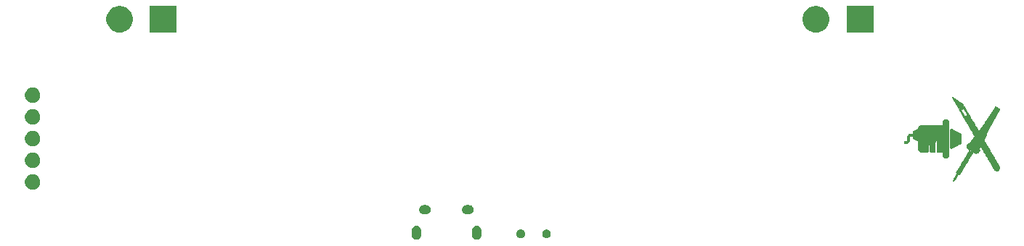
<source format=gbs>
G04 #@! TF.GenerationSoftware,KiCad,Pcbnew,(5.0.1-3-g963ef8bb5)*
G04 #@! TF.CreationDate,2019-01-12T19:40:24-05:00*
G04 #@! TF.ProjectId,glowtie,676C6F777469652E6B696361645F7063,rev?*
G04 #@! TF.SameCoordinates,Original*
G04 #@! TF.FileFunction,Soldermask,Bot*
G04 #@! TF.FilePolarity,Negative*
%FSLAX46Y46*%
G04 Gerber Fmt 4.6, Leading zero omitted, Abs format (unit mm)*
G04 Created by KiCad (PCBNEW (5.0.1-3-g963ef8bb5)) date Saturday, January 12, 2019 at 07:40:24 PM*
%MOMM*%
%LPD*%
G01*
G04 APERTURE LIST*
%ADD10C,0.010000*%
%ADD11C,0.100000*%
G04 APERTURE END LIST*
D10*
G04 #@! TO.C,G\002A\002A\002A*
G36*
X130057466Y-36433824D02*
X130066386Y-36451246D01*
X130080466Y-36477306D01*
X130099064Y-36510853D01*
X130121535Y-36550733D01*
X130147237Y-36595795D01*
X130175527Y-36644888D01*
X130199445Y-36686042D01*
X130230746Y-36739714D01*
X130267230Y-36802299D01*
X130307694Y-36871732D01*
X130350935Y-36945947D01*
X130395750Y-37022880D01*
X130440937Y-37100466D01*
X130485291Y-37176639D01*
X130527612Y-37249335D01*
X130545954Y-37280850D01*
X130591376Y-37358688D01*
X130630936Y-37426014D01*
X130664979Y-37483393D01*
X130693855Y-37531391D01*
X130717910Y-37570573D01*
X130737492Y-37601505D01*
X130752949Y-37624751D01*
X130764628Y-37640878D01*
X130772878Y-37650451D01*
X130773595Y-37651132D01*
X130812404Y-37680808D01*
X130859830Y-37707190D01*
X130911840Y-37728112D01*
X130924300Y-37732006D01*
X130947616Y-37739289D01*
X130966188Y-37745845D01*
X130976612Y-37750454D01*
X130977420Y-37751036D01*
X130974766Y-37756080D01*
X130963043Y-37765398D01*
X130944433Y-37777365D01*
X130933739Y-37783550D01*
X130909179Y-37797811D01*
X130887014Y-37811585D01*
X130871043Y-37822484D01*
X130867919Y-37824926D01*
X130857065Y-37834925D01*
X130855083Y-37842796D01*
X130860954Y-37854379D01*
X130862374Y-37856676D01*
X130874285Y-37876257D01*
X130890958Y-37904212D01*
X130911712Y-37939359D01*
X130935865Y-37980517D01*
X130962735Y-38026507D01*
X130991638Y-38076146D01*
X131021895Y-38128254D01*
X131052822Y-38181650D01*
X131083737Y-38235154D01*
X131113959Y-38287584D01*
X131142805Y-38337760D01*
X131169593Y-38384500D01*
X131193642Y-38426623D01*
X131214269Y-38462950D01*
X131230792Y-38492299D01*
X131242530Y-38513488D01*
X131248800Y-38525338D01*
X131249604Y-38527138D01*
X131255093Y-38539146D01*
X131266166Y-38560290D01*
X131281844Y-38588890D01*
X131301147Y-38623269D01*
X131323096Y-38661747D01*
X131346710Y-38702646D01*
X131371010Y-38744288D01*
X131395016Y-38784995D01*
X131417750Y-38823088D01*
X131438230Y-38856888D01*
X131455478Y-38884717D01*
X131468513Y-38904896D01*
X131476356Y-38915748D01*
X131476557Y-38915975D01*
X131489773Y-38932857D01*
X131504354Y-38954717D01*
X131511492Y-38966775D01*
X131516309Y-38975346D01*
X131522095Y-38985528D01*
X131529348Y-38998180D01*
X131538566Y-39014157D01*
X131550249Y-39034319D01*
X131564896Y-39059523D01*
X131583005Y-39090626D01*
X131605076Y-39128485D01*
X131631606Y-39173959D01*
X131663096Y-39227905D01*
X131700043Y-39291181D01*
X131738657Y-39357300D01*
X131774881Y-39419332D01*
X131815405Y-39488748D01*
X131859202Y-39563788D01*
X131905247Y-39642692D01*
X131952511Y-39723700D01*
X131999968Y-39805050D01*
X132046592Y-39884984D01*
X132091355Y-39961741D01*
X132133231Y-40033560D01*
X132171193Y-40098681D01*
X132204213Y-40155345D01*
X132216508Y-40176450D01*
X132236020Y-40209929D01*
X132260974Y-40252718D01*
X132290404Y-40303160D01*
X132323344Y-40359601D01*
X132358827Y-40420386D01*
X132395887Y-40483857D01*
X132433558Y-40548362D01*
X132470873Y-40612243D01*
X132483239Y-40633408D01*
X132525513Y-40706062D01*
X132562640Y-40770491D01*
X132594406Y-40826310D01*
X132620598Y-40873134D01*
X132641001Y-40910578D01*
X132655404Y-40938257D01*
X132663592Y-40955785D01*
X132665521Y-40962296D01*
X132661502Y-40972643D01*
X132651306Y-40990891D01*
X132636330Y-41014747D01*
X132617970Y-41041918D01*
X132611252Y-41051437D01*
X132590775Y-41080238D01*
X132569519Y-41110363D01*
X132546560Y-41143141D01*
X132520976Y-41179904D01*
X132491842Y-41221980D01*
X132458235Y-41270701D01*
X132419232Y-41327396D01*
X132378899Y-41386125D01*
X132352763Y-41424118D01*
X132324885Y-41464500D01*
X132297668Y-41503795D01*
X132273521Y-41538527D01*
X132259670Y-41558353D01*
X132237524Y-41590043D01*
X132211090Y-41628003D01*
X132183281Y-41668045D01*
X132157009Y-41705977D01*
X132150066Y-41716026D01*
X132129311Y-41745512D01*
X132110320Y-41771437D01*
X132094537Y-41791911D01*
X132083407Y-41805041D01*
X132079203Y-41808826D01*
X132063305Y-41810434D01*
X132045853Y-41805140D01*
X132009675Y-41796571D01*
X131971528Y-41799064D01*
X131944608Y-41807883D01*
X131935438Y-41812634D01*
X131926886Y-41818892D01*
X131917863Y-41828121D01*
X131907277Y-41841783D01*
X131894037Y-41861343D01*
X131877053Y-41888263D01*
X131855233Y-41924006D01*
X131843356Y-41943672D01*
X131818774Y-41984733D01*
X131800159Y-42016646D01*
X131786718Y-42041018D01*
X131777659Y-42059452D01*
X131772190Y-42073554D01*
X131769518Y-42084928D01*
X131768850Y-42094584D01*
X131773407Y-42124799D01*
X131785527Y-42155136D01*
X131802880Y-42180626D01*
X131814038Y-42190950D01*
X131826186Y-42201325D01*
X131832207Y-42209201D01*
X131832350Y-42209991D01*
X131829270Y-42217715D01*
X131821119Y-42233173D01*
X131809526Y-42253309D01*
X131806950Y-42257609D01*
X131792743Y-42283048D01*
X131784876Y-42303006D01*
X131781792Y-42321951D01*
X131781550Y-42330601D01*
X131786560Y-42367105D01*
X131801435Y-42396075D01*
X131811062Y-42406295D01*
X131814336Y-42408873D01*
X131820152Y-42412919D01*
X131829134Y-42418812D01*
X131841903Y-42426934D01*
X131859083Y-42437665D01*
X131881296Y-42451386D01*
X131909165Y-42468477D01*
X131943314Y-42489319D01*
X131984364Y-42514293D01*
X132032939Y-42543778D01*
X132089662Y-42578157D01*
X132155155Y-42617809D01*
X132230041Y-42663115D01*
X132314944Y-42714455D01*
X132349875Y-42735573D01*
X132395003Y-42762884D01*
X132447321Y-42794594D01*
X132503180Y-42828489D01*
X132558927Y-42862352D01*
X132610914Y-42893968D01*
X132632450Y-42907079D01*
X132677320Y-42934309D01*
X132712905Y-42955579D01*
X132740694Y-42971649D01*
X132762181Y-42983276D01*
X132778857Y-42991217D01*
X132792215Y-42996232D01*
X132803744Y-42999078D01*
X132814939Y-43000513D01*
X132816600Y-43000648D01*
X132847329Y-42999177D01*
X132873335Y-42988731D01*
X132896780Y-42968027D01*
X132916150Y-42941657D01*
X132932291Y-42916499D01*
X132943392Y-42900368D01*
X132951425Y-42891702D01*
X132958361Y-42888936D01*
X132966170Y-42890509D01*
X132975740Y-42894411D01*
X133006887Y-42902386D01*
X133039889Y-42902785D01*
X133069929Y-42895879D01*
X133084583Y-42888304D01*
X133094782Y-42878029D01*
X133109806Y-42858662D01*
X133128385Y-42832250D01*
X133149250Y-42800844D01*
X133171130Y-42766492D01*
X133192756Y-42731244D01*
X133212859Y-42697148D01*
X133230168Y-42666254D01*
X133243413Y-42640611D01*
X133251326Y-42622267D01*
X133252834Y-42616792D01*
X133253690Y-42583421D01*
X133243630Y-42552740D01*
X133221877Y-42522494D01*
X133219401Y-42519803D01*
X133204868Y-42502944D01*
X133194781Y-42488711D01*
X133191473Y-42480841D01*
X133194381Y-42472052D01*
X133202144Y-42454572D01*
X133213598Y-42430892D01*
X133227577Y-42403504D01*
X133228299Y-42402125D01*
X133259721Y-42342268D01*
X133285852Y-42292777D01*
X133307215Y-42252731D01*
X133324335Y-42221205D01*
X133337736Y-42197276D01*
X133347943Y-42180021D01*
X133355479Y-42168517D01*
X133360869Y-42161840D01*
X133364638Y-42159068D01*
X133366413Y-42158910D01*
X133370516Y-42164527D01*
X133380684Y-42180592D01*
X133396601Y-42206573D01*
X133417955Y-42241936D01*
X133444432Y-42286147D01*
X133475718Y-42338672D01*
X133511499Y-42398978D01*
X133551461Y-42466532D01*
X133595292Y-42540799D01*
X133642676Y-42621246D01*
X133693300Y-42707340D01*
X133746850Y-42798546D01*
X133803013Y-42894332D01*
X133861476Y-42994164D01*
X133921923Y-43097508D01*
X133984041Y-43203830D01*
X134047517Y-43312597D01*
X134112037Y-43423276D01*
X134177287Y-43535333D01*
X134242954Y-43648233D01*
X134308479Y-43761025D01*
X134330045Y-43798131D01*
X134355770Y-43842333D01*
X134383401Y-43889763D01*
X134410687Y-43936556D01*
X134432398Y-43973750D01*
X134477336Y-44050683D01*
X134516664Y-44118006D01*
X134551174Y-44177076D01*
X134581661Y-44229251D01*
X134608917Y-44275888D01*
X134633735Y-44318345D01*
X134656909Y-44357978D01*
X134679233Y-44396145D01*
X134699594Y-44430950D01*
X134726007Y-44476138D01*
X134755880Y-44527318D01*
X134786586Y-44579986D01*
X134815500Y-44629639D01*
X134834740Y-44662725D01*
X134856648Y-44700416D01*
X134878188Y-44737448D01*
X134897885Y-44771286D01*
X134914262Y-44799396D01*
X134925845Y-44819243D01*
X134926463Y-44820300D01*
X134963536Y-44874209D01*
X135006330Y-44917915D01*
X135056524Y-44952750D01*
X135115799Y-44980045D01*
X135137525Y-44987587D01*
X135165582Y-44995761D01*
X135191545Y-45000856D01*
X135220272Y-45003554D01*
X135256621Y-45004539D01*
X135258175Y-45004552D01*
X135313476Y-45002298D01*
X135359807Y-44993912D01*
X135399840Y-44978332D01*
X135436250Y-44954496D01*
X135471709Y-44921342D01*
X135474147Y-44918729D01*
X135511559Y-44869681D01*
X135541384Y-44812401D01*
X135562127Y-44749799D01*
X135563217Y-44745223D01*
X135570138Y-44703580D01*
X135572974Y-44658706D01*
X135571888Y-44613997D01*
X135567048Y-44572848D01*
X135558620Y-44538657D01*
X135552391Y-44523807D01*
X135549821Y-44519103D01*
X135544851Y-44510326D01*
X135537134Y-44496877D01*
X135526324Y-44478160D01*
X135512071Y-44453577D01*
X135494030Y-44422533D01*
X135471852Y-44384429D01*
X135445191Y-44338669D01*
X135413698Y-44284656D01*
X135377027Y-44221792D01*
X135334830Y-44149481D01*
X135286759Y-44067125D01*
X135258198Y-44018200D01*
X135236436Y-43980922D01*
X135210061Y-43935738D01*
X135180860Y-43885711D01*
X135150621Y-43833904D01*
X135121132Y-43783379D01*
X135102526Y-43751500D01*
X135073257Y-43701365D01*
X135039732Y-43643962D01*
X135004108Y-43582987D01*
X134968544Y-43522131D01*
X134935197Y-43465089D01*
X134915159Y-43430825D01*
X134870795Y-43354948D01*
X134821702Y-43270928D01*
X134769227Y-43181075D01*
X134714721Y-43087703D01*
X134659534Y-42993125D01*
X134605013Y-42899652D01*
X134552509Y-42809599D01*
X134503372Y-42725277D01*
X134458950Y-42648999D01*
X134448313Y-42630725D01*
X134429998Y-42599266D01*
X134405947Y-42557975D01*
X134376823Y-42507987D01*
X134343290Y-42450440D01*
X134306010Y-42386472D01*
X134265645Y-42317219D01*
X134222859Y-42243819D01*
X134178314Y-42167410D01*
X134132674Y-42089127D01*
X134086600Y-42010108D01*
X134049289Y-41946123D01*
X133993116Y-41849609D01*
X133942477Y-41762219D01*
X133897486Y-41684153D01*
X133858254Y-41615611D01*
X133824895Y-41556792D01*
X133797521Y-41507895D01*
X133776244Y-41469120D01*
X133761178Y-41440668D01*
X133752435Y-41422736D01*
X133750058Y-41415898D01*
X133753000Y-41404769D01*
X133761137Y-41384807D01*
X133773444Y-41358252D01*
X133788896Y-41327344D01*
X133801436Y-41303575D01*
X133822423Y-41264312D01*
X133844956Y-41221574D01*
X133866758Y-41179716D01*
X133885552Y-41143093D01*
X133891095Y-41132125D01*
X133910432Y-41094254D01*
X133932883Y-41051237D01*
X133955332Y-41008996D01*
X133970715Y-40980625D01*
X133993424Y-40937599D01*
X134009082Y-40903198D01*
X134017921Y-40875646D01*
X134020169Y-40853161D01*
X134016059Y-40833966D01*
X134005818Y-40816280D01*
X133993770Y-40802437D01*
X133981116Y-40787680D01*
X133973403Y-40775356D01*
X133972300Y-40771400D01*
X133975325Y-40762399D01*
X133983482Y-40745265D01*
X133995392Y-40722770D01*
X134004832Y-40705998D01*
X134018367Y-40682001D01*
X134036160Y-40649720D01*
X134056594Y-40612132D01*
X134078050Y-40572210D01*
X134097700Y-40535225D01*
X134119014Y-40495134D01*
X134141183Y-40453932D01*
X134162483Y-40414790D01*
X134181189Y-40380879D01*
X134194397Y-40357425D01*
X134209483Y-40330638D01*
X134228692Y-40295869D01*
X134250242Y-40256379D01*
X134272351Y-40215429D01*
X134289782Y-40182800D01*
X134311172Y-40142783D01*
X134333623Y-40101224D01*
X134355306Y-40061476D01*
X134374391Y-40026898D01*
X134386681Y-40005000D01*
X134402122Y-39977403D01*
X134421685Y-39941814D01*
X134443598Y-39901489D01*
X134466091Y-39859688D01*
X134485085Y-39824025D01*
X134506451Y-39783950D01*
X134528662Y-39742765D01*
X134549993Y-39703635D01*
X134568717Y-39669728D01*
X134581955Y-39646225D01*
X134597032Y-39619433D01*
X134616228Y-39584658D01*
X134637760Y-39545161D01*
X134659848Y-39504205D01*
X134677245Y-39471600D01*
X134700521Y-39428067D01*
X134726692Y-39379678D01*
X134753340Y-39330875D01*
X134778042Y-39286099D01*
X134791463Y-39262050D01*
X134813798Y-39221915D01*
X134838015Y-39177801D01*
X134861729Y-39134089D01*
X134882555Y-39095159D01*
X134889979Y-39081075D01*
X134909491Y-39044326D01*
X134932726Y-39001335D01*
X134957083Y-38956875D01*
X134979959Y-38915717D01*
X134985172Y-38906450D01*
X135006830Y-38867701D01*
X135030221Y-38825251D01*
X135052902Y-38783574D01*
X135072425Y-38747143D01*
X135077160Y-38738175D01*
X135093732Y-38707000D01*
X135114582Y-38668327D01*
X135137766Y-38625729D01*
X135161343Y-38582780D01*
X135179023Y-38550850D01*
X135203267Y-38506965D01*
X135230282Y-38457563D01*
X135257586Y-38407211D01*
X135282699Y-38360476D01*
X135296277Y-38334950D01*
X135317067Y-38295961D01*
X135338940Y-38255463D01*
X135359996Y-38216942D01*
X135378335Y-38183882D01*
X135388068Y-38166675D01*
X135407529Y-38132199D01*
X135429199Y-38093047D01*
X135449614Y-38055506D01*
X135458071Y-38039675D01*
X135474563Y-38008705D01*
X135494610Y-37971296D01*
X135515681Y-37932159D01*
X135535248Y-37896003D01*
X135535283Y-37895939D01*
X135550746Y-37867248D01*
X135563722Y-37842765D01*
X135573147Y-37824530D01*
X135577955Y-37814585D01*
X135578348Y-37813389D01*
X135576013Y-37806378D01*
X135571957Y-37795200D01*
X135567330Y-37789031D01*
X135556478Y-37779695D01*
X135538664Y-37766702D01*
X135513149Y-37749563D01*
X135479196Y-37727787D01*
X135436065Y-37700887D01*
X135383018Y-37668372D01*
X135353999Y-37650737D01*
X135297466Y-37616591D01*
X135250661Y-37588684D01*
X135212551Y-37566503D01*
X135182107Y-37549536D01*
X135158297Y-37537272D01*
X135140090Y-37529198D01*
X135126456Y-37524802D01*
X135116364Y-37523573D01*
X135108783Y-37524999D01*
X135104864Y-37527009D01*
X135100790Y-37532581D01*
X135090123Y-37548037D01*
X135073317Y-37572698D01*
X135050829Y-37605884D01*
X135023114Y-37646916D01*
X134990626Y-37695113D01*
X134953820Y-37749795D01*
X134913153Y-37810283D01*
X134869078Y-37875896D01*
X134822051Y-37945956D01*
X134772528Y-38019781D01*
X134720963Y-38096693D01*
X134667812Y-38176010D01*
X134613529Y-38257054D01*
X134558570Y-38339145D01*
X134503390Y-38421602D01*
X134448445Y-38503746D01*
X134394188Y-38584896D01*
X134341076Y-38664374D01*
X134289563Y-38741499D01*
X134240105Y-38815591D01*
X134193157Y-38885970D01*
X134149174Y-38951957D01*
X134108611Y-39012871D01*
X134071923Y-39068033D01*
X134039566Y-39116763D01*
X134011994Y-39158381D01*
X133989663Y-39192206D01*
X133973027Y-39217561D01*
X133969552Y-39222895D01*
X133954924Y-39245166D01*
X133934699Y-39275626D01*
X133910424Y-39311965D01*
X133883644Y-39351871D01*
X133855908Y-39393031D01*
X133838950Y-39418107D01*
X133771592Y-39517946D01*
X133697745Y-39628150D01*
X133617332Y-39748832D01*
X133530278Y-39880106D01*
X133489700Y-39941479D01*
X133440919Y-40015108D01*
X133396157Y-40082242D01*
X133355767Y-40142363D01*
X133320106Y-40194956D01*
X133289527Y-40239504D01*
X133264384Y-40275491D01*
X133245033Y-40302402D01*
X133231828Y-40319719D01*
X133225124Y-40326926D01*
X133224858Y-40327058D01*
X133212873Y-40326458D01*
X133208631Y-40324103D01*
X133188810Y-40315494D01*
X133163144Y-40313746D01*
X133136634Y-40319117D01*
X133133657Y-40320242D01*
X133117603Y-40325939D01*
X133107270Y-40328243D01*
X133105683Y-40327949D01*
X133104350Y-40325954D01*
X133101044Y-40320550D01*
X133095531Y-40311337D01*
X133087578Y-40297919D01*
X133076953Y-40279894D01*
X133063423Y-40256866D01*
X133046756Y-40228436D01*
X133026717Y-40194205D01*
X133003074Y-40153774D01*
X132975596Y-40106744D01*
X132944047Y-40052718D01*
X132908197Y-39991297D01*
X132867812Y-39922081D01*
X132822659Y-39844673D01*
X132772505Y-39758673D01*
X132717118Y-39663683D01*
X132656264Y-39559305D01*
X132589712Y-39445140D01*
X132517227Y-39320789D01*
X132440426Y-39189025D01*
X132387095Y-39097536D01*
X132332557Y-39003996D01*
X132277503Y-38909590D01*
X132222626Y-38815505D01*
X132168617Y-38722926D01*
X132116169Y-38633040D01*
X132065974Y-38547033D01*
X132018724Y-38466090D01*
X131975111Y-38391398D01*
X131935828Y-38324143D01*
X131901566Y-38265510D01*
X131873478Y-38217475D01*
X131834705Y-38151179D01*
X131793990Y-38081535D01*
X131752496Y-38010532D01*
X131711384Y-37940161D01*
X131671818Y-37872410D01*
X131634958Y-37809271D01*
X131601969Y-37752733D01*
X131574011Y-37704785D01*
X131569342Y-37696775D01*
X131542323Y-37650622D01*
X131517146Y-37608033D01*
X131494555Y-37570236D01*
X131475296Y-37538459D01*
X131460113Y-37513929D01*
X131449750Y-37497875D01*
X131444952Y-37491524D01*
X131444865Y-37491481D01*
X131436540Y-37493318D01*
X131420989Y-37500198D01*
X131404609Y-37508944D01*
X131385686Y-37519309D01*
X131385686Y-37718264D01*
X131386841Y-37718561D01*
X131391759Y-37724901D01*
X131402248Y-37740959D01*
X131417548Y-37765444D01*
X131436897Y-37797065D01*
X131459532Y-37834531D01*
X131484694Y-37876551D01*
X131511621Y-37921835D01*
X131539550Y-37969092D01*
X131567722Y-38017032D01*
X131595373Y-38064363D01*
X131621744Y-38109794D01*
X131646072Y-38152036D01*
X131667597Y-38189796D01*
X131685556Y-38221785D01*
X131699189Y-38246711D01*
X131705488Y-38258750D01*
X131717316Y-38281123D01*
X131733884Y-38311149D01*
X131753379Y-38345603D01*
X131773986Y-38381260D01*
X131784091Y-38398450D01*
X131802216Y-38429710D01*
X131817795Y-38457771D01*
X131829741Y-38480575D01*
X131836965Y-38496068D01*
X131838632Y-38501547D01*
X131833671Y-38511447D01*
X131821117Y-38523292D01*
X131814887Y-38527616D01*
X131802415Y-38535222D01*
X131780936Y-38548025D01*
X131752435Y-38564856D01*
X131718895Y-38584544D01*
X131682298Y-38605920D01*
X131668151Y-38614156D01*
X131628351Y-38637243D01*
X131598046Y-38654555D01*
X131575776Y-38666741D01*
X131560078Y-38674452D01*
X131549495Y-38678337D01*
X131542564Y-38679045D01*
X131537825Y-38677227D01*
X131534081Y-38673812D01*
X131528353Y-38665687D01*
X131517078Y-38647910D01*
X131501069Y-38621825D01*
X131481135Y-38588775D01*
X131458087Y-38550102D01*
X131432737Y-38507149D01*
X131409998Y-38468300D01*
X131381648Y-38419713D01*
X131353515Y-38371549D01*
X131326693Y-38325680D01*
X131302279Y-38283981D01*
X131281369Y-38248323D01*
X131265060Y-38220580D01*
X131257607Y-38207950D01*
X131216440Y-38138195D01*
X131181531Y-38078611D01*
X131152513Y-38028532D01*
X131129021Y-37987292D01*
X131110690Y-37954225D01*
X131097152Y-37928665D01*
X131088044Y-37909947D01*
X131082999Y-37897403D01*
X131081651Y-37890370D01*
X131082293Y-37888666D01*
X131089448Y-37883723D01*
X131106066Y-37873338D01*
X131130618Y-37858432D01*
X131161575Y-37839924D01*
X131197409Y-37818736D01*
X131233441Y-37797625D01*
X131284206Y-37768377D01*
X131324573Y-37745940D01*
X131354782Y-37730192D01*
X131375073Y-37721008D01*
X131385686Y-37718264D01*
X131385686Y-37519309D01*
X131381175Y-37521780D01*
X131366709Y-37527307D01*
X131359437Y-37524982D01*
X131357581Y-37514266D01*
X131359298Y-37495162D01*
X131360524Y-37455187D01*
X131355586Y-37411379D01*
X131345374Y-37365966D01*
X131330777Y-37321177D01*
X131312686Y-37279239D01*
X131291989Y-37242382D01*
X131269576Y-37212834D01*
X131246336Y-37192824D01*
X131236643Y-37187841D01*
X131216409Y-37176555D01*
X131198587Y-37161805D01*
X131197350Y-37160456D01*
X131186084Y-37150116D01*
X131166789Y-37134813D01*
X131142071Y-37116529D01*
X131114535Y-37097244D01*
X131111625Y-37095267D01*
X131051396Y-37054381D01*
X130988157Y-37011247D01*
X130925714Y-36968471D01*
X130867874Y-36928659D01*
X130838575Y-36908394D01*
X130809491Y-36888313D01*
X130774637Y-36864366D01*
X130738756Y-36839806D01*
X130711575Y-36821274D01*
X130678454Y-36798697D01*
X130642418Y-36774050D01*
X130608211Y-36750582D01*
X130584575Y-36734305D01*
X130557233Y-36715469D01*
X130523432Y-36692250D01*
X130487208Y-36667414D01*
X130452595Y-36643732D01*
X130448050Y-36640626D01*
X130416017Y-36618717D01*
X130383752Y-36596597D01*
X130354555Y-36576531D01*
X130331726Y-36560786D01*
X130327400Y-36557790D01*
X130301493Y-36539889D01*
X130271092Y-36518972D01*
X130242198Y-36499168D01*
X130238500Y-36496640D01*
X130198213Y-36469049D01*
X130167118Y-36447564D01*
X130143859Y-36431219D01*
X130127078Y-36419049D01*
X130115418Y-36410089D01*
X130107915Y-36403732D01*
X130094825Y-36394845D01*
X130085087Y-36391850D01*
X130072101Y-36397139D01*
X130060378Y-36409629D01*
X130054457Y-36424246D01*
X130054349Y-36426192D01*
X130057466Y-36433824D01*
X130057466Y-36433824D01*
G37*
X130057466Y-36433824D02*
X130066386Y-36451246D01*
X130080466Y-36477306D01*
X130099064Y-36510853D01*
X130121535Y-36550733D01*
X130147237Y-36595795D01*
X130175527Y-36644888D01*
X130199445Y-36686042D01*
X130230746Y-36739714D01*
X130267230Y-36802299D01*
X130307694Y-36871732D01*
X130350935Y-36945947D01*
X130395750Y-37022880D01*
X130440937Y-37100466D01*
X130485291Y-37176639D01*
X130527612Y-37249335D01*
X130545954Y-37280850D01*
X130591376Y-37358688D01*
X130630936Y-37426014D01*
X130664979Y-37483393D01*
X130693855Y-37531391D01*
X130717910Y-37570573D01*
X130737492Y-37601505D01*
X130752949Y-37624751D01*
X130764628Y-37640878D01*
X130772878Y-37650451D01*
X130773595Y-37651132D01*
X130812404Y-37680808D01*
X130859830Y-37707190D01*
X130911840Y-37728112D01*
X130924300Y-37732006D01*
X130947616Y-37739289D01*
X130966188Y-37745845D01*
X130976612Y-37750454D01*
X130977420Y-37751036D01*
X130974766Y-37756080D01*
X130963043Y-37765398D01*
X130944433Y-37777365D01*
X130933739Y-37783550D01*
X130909179Y-37797811D01*
X130887014Y-37811585D01*
X130871043Y-37822484D01*
X130867919Y-37824926D01*
X130857065Y-37834925D01*
X130855083Y-37842796D01*
X130860954Y-37854379D01*
X130862374Y-37856676D01*
X130874285Y-37876257D01*
X130890958Y-37904212D01*
X130911712Y-37939359D01*
X130935865Y-37980517D01*
X130962735Y-38026507D01*
X130991638Y-38076146D01*
X131021895Y-38128254D01*
X131052822Y-38181650D01*
X131083737Y-38235154D01*
X131113959Y-38287584D01*
X131142805Y-38337760D01*
X131169593Y-38384500D01*
X131193642Y-38426623D01*
X131214269Y-38462950D01*
X131230792Y-38492299D01*
X131242530Y-38513488D01*
X131248800Y-38525338D01*
X131249604Y-38527138D01*
X131255093Y-38539146D01*
X131266166Y-38560290D01*
X131281844Y-38588890D01*
X131301147Y-38623269D01*
X131323096Y-38661747D01*
X131346710Y-38702646D01*
X131371010Y-38744288D01*
X131395016Y-38784995D01*
X131417750Y-38823088D01*
X131438230Y-38856888D01*
X131455478Y-38884717D01*
X131468513Y-38904896D01*
X131476356Y-38915748D01*
X131476557Y-38915975D01*
X131489773Y-38932857D01*
X131504354Y-38954717D01*
X131511492Y-38966775D01*
X131516309Y-38975346D01*
X131522095Y-38985528D01*
X131529348Y-38998180D01*
X131538566Y-39014157D01*
X131550249Y-39034319D01*
X131564896Y-39059523D01*
X131583005Y-39090626D01*
X131605076Y-39128485D01*
X131631606Y-39173959D01*
X131663096Y-39227905D01*
X131700043Y-39291181D01*
X131738657Y-39357300D01*
X131774881Y-39419332D01*
X131815405Y-39488748D01*
X131859202Y-39563788D01*
X131905247Y-39642692D01*
X131952511Y-39723700D01*
X131999968Y-39805050D01*
X132046592Y-39884984D01*
X132091355Y-39961741D01*
X132133231Y-40033560D01*
X132171193Y-40098681D01*
X132204213Y-40155345D01*
X132216508Y-40176450D01*
X132236020Y-40209929D01*
X132260974Y-40252718D01*
X132290404Y-40303160D01*
X132323344Y-40359601D01*
X132358827Y-40420386D01*
X132395887Y-40483857D01*
X132433558Y-40548362D01*
X132470873Y-40612243D01*
X132483239Y-40633408D01*
X132525513Y-40706062D01*
X132562640Y-40770491D01*
X132594406Y-40826310D01*
X132620598Y-40873134D01*
X132641001Y-40910578D01*
X132655404Y-40938257D01*
X132663592Y-40955785D01*
X132665521Y-40962296D01*
X132661502Y-40972643D01*
X132651306Y-40990891D01*
X132636330Y-41014747D01*
X132617970Y-41041918D01*
X132611252Y-41051437D01*
X132590775Y-41080238D01*
X132569519Y-41110363D01*
X132546560Y-41143141D01*
X132520976Y-41179904D01*
X132491842Y-41221980D01*
X132458235Y-41270701D01*
X132419232Y-41327396D01*
X132378899Y-41386125D01*
X132352763Y-41424118D01*
X132324885Y-41464500D01*
X132297668Y-41503795D01*
X132273521Y-41538527D01*
X132259670Y-41558353D01*
X132237524Y-41590043D01*
X132211090Y-41628003D01*
X132183281Y-41668045D01*
X132157009Y-41705977D01*
X132150066Y-41716026D01*
X132129311Y-41745512D01*
X132110320Y-41771437D01*
X132094537Y-41791911D01*
X132083407Y-41805041D01*
X132079203Y-41808826D01*
X132063305Y-41810434D01*
X132045853Y-41805140D01*
X132009675Y-41796571D01*
X131971528Y-41799064D01*
X131944608Y-41807883D01*
X131935438Y-41812634D01*
X131926886Y-41818892D01*
X131917863Y-41828121D01*
X131907277Y-41841783D01*
X131894037Y-41861343D01*
X131877053Y-41888263D01*
X131855233Y-41924006D01*
X131843356Y-41943672D01*
X131818774Y-41984733D01*
X131800159Y-42016646D01*
X131786718Y-42041018D01*
X131777659Y-42059452D01*
X131772190Y-42073554D01*
X131769518Y-42084928D01*
X131768850Y-42094584D01*
X131773407Y-42124799D01*
X131785527Y-42155136D01*
X131802880Y-42180626D01*
X131814038Y-42190950D01*
X131826186Y-42201325D01*
X131832207Y-42209201D01*
X131832350Y-42209991D01*
X131829270Y-42217715D01*
X131821119Y-42233173D01*
X131809526Y-42253309D01*
X131806950Y-42257609D01*
X131792743Y-42283048D01*
X131784876Y-42303006D01*
X131781792Y-42321951D01*
X131781550Y-42330601D01*
X131786560Y-42367105D01*
X131801435Y-42396075D01*
X131811062Y-42406295D01*
X131814336Y-42408873D01*
X131820152Y-42412919D01*
X131829134Y-42418812D01*
X131841903Y-42426934D01*
X131859083Y-42437665D01*
X131881296Y-42451386D01*
X131909165Y-42468477D01*
X131943314Y-42489319D01*
X131984364Y-42514293D01*
X132032939Y-42543778D01*
X132089662Y-42578157D01*
X132155155Y-42617809D01*
X132230041Y-42663115D01*
X132314944Y-42714455D01*
X132349875Y-42735573D01*
X132395003Y-42762884D01*
X132447321Y-42794594D01*
X132503180Y-42828489D01*
X132558927Y-42862352D01*
X132610914Y-42893968D01*
X132632450Y-42907079D01*
X132677320Y-42934309D01*
X132712905Y-42955579D01*
X132740694Y-42971649D01*
X132762181Y-42983276D01*
X132778857Y-42991217D01*
X132792215Y-42996232D01*
X132803744Y-42999078D01*
X132814939Y-43000513D01*
X132816600Y-43000648D01*
X132847329Y-42999177D01*
X132873335Y-42988731D01*
X132896780Y-42968027D01*
X132916150Y-42941657D01*
X132932291Y-42916499D01*
X132943392Y-42900368D01*
X132951425Y-42891702D01*
X132958361Y-42888936D01*
X132966170Y-42890509D01*
X132975740Y-42894411D01*
X133006887Y-42902386D01*
X133039889Y-42902785D01*
X133069929Y-42895879D01*
X133084583Y-42888304D01*
X133094782Y-42878029D01*
X133109806Y-42858662D01*
X133128385Y-42832250D01*
X133149250Y-42800844D01*
X133171130Y-42766492D01*
X133192756Y-42731244D01*
X133212859Y-42697148D01*
X133230168Y-42666254D01*
X133243413Y-42640611D01*
X133251326Y-42622267D01*
X133252834Y-42616792D01*
X133253690Y-42583421D01*
X133243630Y-42552740D01*
X133221877Y-42522494D01*
X133219401Y-42519803D01*
X133204868Y-42502944D01*
X133194781Y-42488711D01*
X133191473Y-42480841D01*
X133194381Y-42472052D01*
X133202144Y-42454572D01*
X133213598Y-42430892D01*
X133227577Y-42403504D01*
X133228299Y-42402125D01*
X133259721Y-42342268D01*
X133285852Y-42292777D01*
X133307215Y-42252731D01*
X133324335Y-42221205D01*
X133337736Y-42197276D01*
X133347943Y-42180021D01*
X133355479Y-42168517D01*
X133360869Y-42161840D01*
X133364638Y-42159068D01*
X133366413Y-42158910D01*
X133370516Y-42164527D01*
X133380684Y-42180592D01*
X133396601Y-42206573D01*
X133417955Y-42241936D01*
X133444432Y-42286147D01*
X133475718Y-42338672D01*
X133511499Y-42398978D01*
X133551461Y-42466532D01*
X133595292Y-42540799D01*
X133642676Y-42621246D01*
X133693300Y-42707340D01*
X133746850Y-42798546D01*
X133803013Y-42894332D01*
X133861476Y-42994164D01*
X133921923Y-43097508D01*
X133984041Y-43203830D01*
X134047517Y-43312597D01*
X134112037Y-43423276D01*
X134177287Y-43535333D01*
X134242954Y-43648233D01*
X134308479Y-43761025D01*
X134330045Y-43798131D01*
X134355770Y-43842333D01*
X134383401Y-43889763D01*
X134410687Y-43936556D01*
X134432398Y-43973750D01*
X134477336Y-44050683D01*
X134516664Y-44118006D01*
X134551174Y-44177076D01*
X134581661Y-44229251D01*
X134608917Y-44275888D01*
X134633735Y-44318345D01*
X134656909Y-44357978D01*
X134679233Y-44396145D01*
X134699594Y-44430950D01*
X134726007Y-44476138D01*
X134755880Y-44527318D01*
X134786586Y-44579986D01*
X134815500Y-44629639D01*
X134834740Y-44662725D01*
X134856648Y-44700416D01*
X134878188Y-44737448D01*
X134897885Y-44771286D01*
X134914262Y-44799396D01*
X134925845Y-44819243D01*
X134926463Y-44820300D01*
X134963536Y-44874209D01*
X135006330Y-44917915D01*
X135056524Y-44952750D01*
X135115799Y-44980045D01*
X135137525Y-44987587D01*
X135165582Y-44995761D01*
X135191545Y-45000856D01*
X135220272Y-45003554D01*
X135256621Y-45004539D01*
X135258175Y-45004552D01*
X135313476Y-45002298D01*
X135359807Y-44993912D01*
X135399840Y-44978332D01*
X135436250Y-44954496D01*
X135471709Y-44921342D01*
X135474147Y-44918729D01*
X135511559Y-44869681D01*
X135541384Y-44812401D01*
X135562127Y-44749799D01*
X135563217Y-44745223D01*
X135570138Y-44703580D01*
X135572974Y-44658706D01*
X135571888Y-44613997D01*
X135567048Y-44572848D01*
X135558620Y-44538657D01*
X135552391Y-44523807D01*
X135549821Y-44519103D01*
X135544851Y-44510326D01*
X135537134Y-44496877D01*
X135526324Y-44478160D01*
X135512071Y-44453577D01*
X135494030Y-44422533D01*
X135471852Y-44384429D01*
X135445191Y-44338669D01*
X135413698Y-44284656D01*
X135377027Y-44221792D01*
X135334830Y-44149481D01*
X135286759Y-44067125D01*
X135258198Y-44018200D01*
X135236436Y-43980922D01*
X135210061Y-43935738D01*
X135180860Y-43885711D01*
X135150621Y-43833904D01*
X135121132Y-43783379D01*
X135102526Y-43751500D01*
X135073257Y-43701365D01*
X135039732Y-43643962D01*
X135004108Y-43582987D01*
X134968544Y-43522131D01*
X134935197Y-43465089D01*
X134915159Y-43430825D01*
X134870795Y-43354948D01*
X134821702Y-43270928D01*
X134769227Y-43181075D01*
X134714721Y-43087703D01*
X134659534Y-42993125D01*
X134605013Y-42899652D01*
X134552509Y-42809599D01*
X134503372Y-42725277D01*
X134458950Y-42648999D01*
X134448313Y-42630725D01*
X134429998Y-42599266D01*
X134405947Y-42557975D01*
X134376823Y-42507987D01*
X134343290Y-42450440D01*
X134306010Y-42386472D01*
X134265645Y-42317219D01*
X134222859Y-42243819D01*
X134178314Y-42167410D01*
X134132674Y-42089127D01*
X134086600Y-42010108D01*
X134049289Y-41946123D01*
X133993116Y-41849609D01*
X133942477Y-41762219D01*
X133897486Y-41684153D01*
X133858254Y-41615611D01*
X133824895Y-41556792D01*
X133797521Y-41507895D01*
X133776244Y-41469120D01*
X133761178Y-41440668D01*
X133752435Y-41422736D01*
X133750058Y-41415898D01*
X133753000Y-41404769D01*
X133761137Y-41384807D01*
X133773444Y-41358252D01*
X133788896Y-41327344D01*
X133801436Y-41303575D01*
X133822423Y-41264312D01*
X133844956Y-41221574D01*
X133866758Y-41179716D01*
X133885552Y-41143093D01*
X133891095Y-41132125D01*
X133910432Y-41094254D01*
X133932883Y-41051237D01*
X133955332Y-41008996D01*
X133970715Y-40980625D01*
X133993424Y-40937599D01*
X134009082Y-40903198D01*
X134017921Y-40875646D01*
X134020169Y-40853161D01*
X134016059Y-40833966D01*
X134005818Y-40816280D01*
X133993770Y-40802437D01*
X133981116Y-40787680D01*
X133973403Y-40775356D01*
X133972300Y-40771400D01*
X133975325Y-40762399D01*
X133983482Y-40745265D01*
X133995392Y-40722770D01*
X134004832Y-40705998D01*
X134018367Y-40682001D01*
X134036160Y-40649720D01*
X134056594Y-40612132D01*
X134078050Y-40572210D01*
X134097700Y-40535225D01*
X134119014Y-40495134D01*
X134141183Y-40453932D01*
X134162483Y-40414790D01*
X134181189Y-40380879D01*
X134194397Y-40357425D01*
X134209483Y-40330638D01*
X134228692Y-40295869D01*
X134250242Y-40256379D01*
X134272351Y-40215429D01*
X134289782Y-40182800D01*
X134311172Y-40142783D01*
X134333623Y-40101224D01*
X134355306Y-40061476D01*
X134374391Y-40026898D01*
X134386681Y-40005000D01*
X134402122Y-39977403D01*
X134421685Y-39941814D01*
X134443598Y-39901489D01*
X134466091Y-39859688D01*
X134485085Y-39824025D01*
X134506451Y-39783950D01*
X134528662Y-39742765D01*
X134549993Y-39703635D01*
X134568717Y-39669728D01*
X134581955Y-39646225D01*
X134597032Y-39619433D01*
X134616228Y-39584658D01*
X134637760Y-39545161D01*
X134659848Y-39504205D01*
X134677245Y-39471600D01*
X134700521Y-39428067D01*
X134726692Y-39379678D01*
X134753340Y-39330875D01*
X134778042Y-39286099D01*
X134791463Y-39262050D01*
X134813798Y-39221915D01*
X134838015Y-39177801D01*
X134861729Y-39134089D01*
X134882555Y-39095159D01*
X134889979Y-39081075D01*
X134909491Y-39044326D01*
X134932726Y-39001335D01*
X134957083Y-38956875D01*
X134979959Y-38915717D01*
X134985172Y-38906450D01*
X135006830Y-38867701D01*
X135030221Y-38825251D01*
X135052902Y-38783574D01*
X135072425Y-38747143D01*
X135077160Y-38738175D01*
X135093732Y-38707000D01*
X135114582Y-38668327D01*
X135137766Y-38625729D01*
X135161343Y-38582780D01*
X135179023Y-38550850D01*
X135203267Y-38506965D01*
X135230282Y-38457563D01*
X135257586Y-38407211D01*
X135282699Y-38360476D01*
X135296277Y-38334950D01*
X135317067Y-38295961D01*
X135338940Y-38255463D01*
X135359996Y-38216942D01*
X135378335Y-38183882D01*
X135388068Y-38166675D01*
X135407529Y-38132199D01*
X135429199Y-38093047D01*
X135449614Y-38055506D01*
X135458071Y-38039675D01*
X135474563Y-38008705D01*
X135494610Y-37971296D01*
X135515681Y-37932159D01*
X135535248Y-37896003D01*
X135535283Y-37895939D01*
X135550746Y-37867248D01*
X135563722Y-37842765D01*
X135573147Y-37824530D01*
X135577955Y-37814585D01*
X135578348Y-37813389D01*
X135576013Y-37806378D01*
X135571957Y-37795200D01*
X135567330Y-37789031D01*
X135556478Y-37779695D01*
X135538664Y-37766702D01*
X135513149Y-37749563D01*
X135479196Y-37727787D01*
X135436065Y-37700887D01*
X135383018Y-37668372D01*
X135353999Y-37650737D01*
X135297466Y-37616591D01*
X135250661Y-37588684D01*
X135212551Y-37566503D01*
X135182107Y-37549536D01*
X135158297Y-37537272D01*
X135140090Y-37529198D01*
X135126456Y-37524802D01*
X135116364Y-37523573D01*
X135108783Y-37524999D01*
X135104864Y-37527009D01*
X135100790Y-37532581D01*
X135090123Y-37548037D01*
X135073317Y-37572698D01*
X135050829Y-37605884D01*
X135023114Y-37646916D01*
X134990626Y-37695113D01*
X134953820Y-37749795D01*
X134913153Y-37810283D01*
X134869078Y-37875896D01*
X134822051Y-37945956D01*
X134772528Y-38019781D01*
X134720963Y-38096693D01*
X134667812Y-38176010D01*
X134613529Y-38257054D01*
X134558570Y-38339145D01*
X134503390Y-38421602D01*
X134448445Y-38503746D01*
X134394188Y-38584896D01*
X134341076Y-38664374D01*
X134289563Y-38741499D01*
X134240105Y-38815591D01*
X134193157Y-38885970D01*
X134149174Y-38951957D01*
X134108611Y-39012871D01*
X134071923Y-39068033D01*
X134039566Y-39116763D01*
X134011994Y-39158381D01*
X133989663Y-39192206D01*
X133973027Y-39217561D01*
X133969552Y-39222895D01*
X133954924Y-39245166D01*
X133934699Y-39275626D01*
X133910424Y-39311965D01*
X133883644Y-39351871D01*
X133855908Y-39393031D01*
X133838950Y-39418107D01*
X133771592Y-39517946D01*
X133697745Y-39628150D01*
X133617332Y-39748832D01*
X133530278Y-39880106D01*
X133489700Y-39941479D01*
X133440919Y-40015108D01*
X133396157Y-40082242D01*
X133355767Y-40142363D01*
X133320106Y-40194956D01*
X133289527Y-40239504D01*
X133264384Y-40275491D01*
X133245033Y-40302402D01*
X133231828Y-40319719D01*
X133225124Y-40326926D01*
X133224858Y-40327058D01*
X133212873Y-40326458D01*
X133208631Y-40324103D01*
X133188810Y-40315494D01*
X133163144Y-40313746D01*
X133136634Y-40319117D01*
X133133657Y-40320242D01*
X133117603Y-40325939D01*
X133107270Y-40328243D01*
X133105683Y-40327949D01*
X133104350Y-40325954D01*
X133101044Y-40320550D01*
X133095531Y-40311337D01*
X133087578Y-40297919D01*
X133076953Y-40279894D01*
X133063423Y-40256866D01*
X133046756Y-40228436D01*
X133026717Y-40194205D01*
X133003074Y-40153774D01*
X132975596Y-40106744D01*
X132944047Y-40052718D01*
X132908197Y-39991297D01*
X132867812Y-39922081D01*
X132822659Y-39844673D01*
X132772505Y-39758673D01*
X132717118Y-39663683D01*
X132656264Y-39559305D01*
X132589712Y-39445140D01*
X132517227Y-39320789D01*
X132440426Y-39189025D01*
X132387095Y-39097536D01*
X132332557Y-39003996D01*
X132277503Y-38909590D01*
X132222626Y-38815505D01*
X132168617Y-38722926D01*
X132116169Y-38633040D01*
X132065974Y-38547033D01*
X132018724Y-38466090D01*
X131975111Y-38391398D01*
X131935828Y-38324143D01*
X131901566Y-38265510D01*
X131873478Y-38217475D01*
X131834705Y-38151179D01*
X131793990Y-38081535D01*
X131752496Y-38010532D01*
X131711384Y-37940161D01*
X131671818Y-37872410D01*
X131634958Y-37809271D01*
X131601969Y-37752733D01*
X131574011Y-37704785D01*
X131569342Y-37696775D01*
X131542323Y-37650622D01*
X131517146Y-37608033D01*
X131494555Y-37570236D01*
X131475296Y-37538459D01*
X131460113Y-37513929D01*
X131449750Y-37497875D01*
X131444952Y-37491524D01*
X131444865Y-37491481D01*
X131436540Y-37493318D01*
X131420989Y-37500198D01*
X131404609Y-37508944D01*
X131385686Y-37519309D01*
X131385686Y-37718264D01*
X131386841Y-37718561D01*
X131391759Y-37724901D01*
X131402248Y-37740959D01*
X131417548Y-37765444D01*
X131436897Y-37797065D01*
X131459532Y-37834531D01*
X131484694Y-37876551D01*
X131511621Y-37921835D01*
X131539550Y-37969092D01*
X131567722Y-38017032D01*
X131595373Y-38064363D01*
X131621744Y-38109794D01*
X131646072Y-38152036D01*
X131667597Y-38189796D01*
X131685556Y-38221785D01*
X131699189Y-38246711D01*
X131705488Y-38258750D01*
X131717316Y-38281123D01*
X131733884Y-38311149D01*
X131753379Y-38345603D01*
X131773986Y-38381260D01*
X131784091Y-38398450D01*
X131802216Y-38429710D01*
X131817795Y-38457771D01*
X131829741Y-38480575D01*
X131836965Y-38496068D01*
X131838632Y-38501547D01*
X131833671Y-38511447D01*
X131821117Y-38523292D01*
X131814887Y-38527616D01*
X131802415Y-38535222D01*
X131780936Y-38548025D01*
X131752435Y-38564856D01*
X131718895Y-38584544D01*
X131682298Y-38605920D01*
X131668151Y-38614156D01*
X131628351Y-38637243D01*
X131598046Y-38654555D01*
X131575776Y-38666741D01*
X131560078Y-38674452D01*
X131549495Y-38678337D01*
X131542564Y-38679045D01*
X131537825Y-38677227D01*
X131534081Y-38673812D01*
X131528353Y-38665687D01*
X131517078Y-38647910D01*
X131501069Y-38621825D01*
X131481135Y-38588775D01*
X131458087Y-38550102D01*
X131432737Y-38507149D01*
X131409998Y-38468300D01*
X131381648Y-38419713D01*
X131353515Y-38371549D01*
X131326693Y-38325680D01*
X131302279Y-38283981D01*
X131281369Y-38248323D01*
X131265060Y-38220580D01*
X131257607Y-38207950D01*
X131216440Y-38138195D01*
X131181531Y-38078611D01*
X131152513Y-38028532D01*
X131129021Y-37987292D01*
X131110690Y-37954225D01*
X131097152Y-37928665D01*
X131088044Y-37909947D01*
X131082999Y-37897403D01*
X131081651Y-37890370D01*
X131082293Y-37888666D01*
X131089448Y-37883723D01*
X131106066Y-37873338D01*
X131130618Y-37858432D01*
X131161575Y-37839924D01*
X131197409Y-37818736D01*
X131233441Y-37797625D01*
X131284206Y-37768377D01*
X131324573Y-37745940D01*
X131354782Y-37730192D01*
X131375073Y-37721008D01*
X131385686Y-37718264D01*
X131385686Y-37519309D01*
X131381175Y-37521780D01*
X131366709Y-37527307D01*
X131359437Y-37524982D01*
X131357581Y-37514266D01*
X131359298Y-37495162D01*
X131360524Y-37455187D01*
X131355586Y-37411379D01*
X131345374Y-37365966D01*
X131330777Y-37321177D01*
X131312686Y-37279239D01*
X131291989Y-37242382D01*
X131269576Y-37212834D01*
X131246336Y-37192824D01*
X131236643Y-37187841D01*
X131216409Y-37176555D01*
X131198587Y-37161805D01*
X131197350Y-37160456D01*
X131186084Y-37150116D01*
X131166789Y-37134813D01*
X131142071Y-37116529D01*
X131114535Y-37097244D01*
X131111625Y-37095267D01*
X131051396Y-37054381D01*
X130988157Y-37011247D01*
X130925714Y-36968471D01*
X130867874Y-36928659D01*
X130838575Y-36908394D01*
X130809491Y-36888313D01*
X130774637Y-36864366D01*
X130738756Y-36839806D01*
X130711575Y-36821274D01*
X130678454Y-36798697D01*
X130642418Y-36774050D01*
X130608211Y-36750582D01*
X130584575Y-36734305D01*
X130557233Y-36715469D01*
X130523432Y-36692250D01*
X130487208Y-36667414D01*
X130452595Y-36643732D01*
X130448050Y-36640626D01*
X130416017Y-36618717D01*
X130383752Y-36596597D01*
X130354555Y-36576531D01*
X130331726Y-36560786D01*
X130327400Y-36557790D01*
X130301493Y-36539889D01*
X130271092Y-36518972D01*
X130242198Y-36499168D01*
X130238500Y-36496640D01*
X130198213Y-36469049D01*
X130167118Y-36447564D01*
X130143859Y-36431219D01*
X130127078Y-36419049D01*
X130115418Y-36410089D01*
X130107915Y-36403732D01*
X130094825Y-36394845D01*
X130085087Y-36391850D01*
X130072101Y-36397139D01*
X130060378Y-36409629D01*
X130054457Y-36424246D01*
X130054349Y-36426192D01*
X130057466Y-36433824D01*
G36*
X130164206Y-46231188D02*
X130167703Y-46233575D01*
X130171273Y-46233228D01*
X130178137Y-46228369D01*
X130192667Y-46215803D01*
X130213519Y-46196772D01*
X130239347Y-46172519D01*
X130268808Y-46144284D01*
X130291928Y-46121782D01*
X130403611Y-46012389D01*
X130579020Y-45721732D01*
X130612601Y-45666095D01*
X130644402Y-45613423D01*
X130673780Y-45564778D01*
X130700095Y-45521221D01*
X130722704Y-45483815D01*
X130740967Y-45453621D01*
X130754240Y-45431701D01*
X130761882Y-45419117D01*
X130763311Y-45416787D01*
X130772703Y-45406052D01*
X130780148Y-45402500D01*
X130788969Y-45405668D01*
X130805354Y-45414086D01*
X130826192Y-45426121D01*
X130832389Y-45429910D01*
X130859518Y-45446379D01*
X130878188Y-45456706D01*
X130890502Y-45461801D01*
X130898562Y-45462575D01*
X130903431Y-45460649D01*
X130908598Y-45454144D01*
X130919162Y-45438456D01*
X130934014Y-45415313D01*
X130952050Y-45386443D01*
X130972164Y-45353572D01*
X130975218Y-45348525D01*
X131000410Y-45306855D01*
X131029632Y-45258551D01*
X131060327Y-45207837D01*
X131089938Y-45158935D01*
X131111650Y-45123100D01*
X131130689Y-45091665D01*
X131155938Y-45049942D01*
X131187046Y-44998515D01*
X131223658Y-44937966D01*
X131265423Y-44868880D01*
X131311988Y-44791841D01*
X131363000Y-44707433D01*
X131418106Y-44616239D01*
X131476954Y-44518844D01*
X131539190Y-44415830D01*
X131604462Y-44307783D01*
X131672418Y-44195285D01*
X131742703Y-44078921D01*
X131814967Y-43959275D01*
X131888855Y-43836930D01*
X131964016Y-43712470D01*
X132040096Y-43586480D01*
X132068901Y-43538775D01*
X132116517Y-43459931D01*
X132162498Y-43383822D01*
X132206394Y-43311193D01*
X132247754Y-43242787D01*
X132286127Y-43179351D01*
X132321061Y-43121629D01*
X132352106Y-43070367D01*
X132378810Y-43026310D01*
X132400723Y-42990202D01*
X132417393Y-42962790D01*
X132428369Y-42944817D01*
X132433058Y-42937248D01*
X132442999Y-42921654D01*
X132447119Y-42912953D01*
X132446189Y-42907183D01*
X132440976Y-42900381D01*
X132440362Y-42899630D01*
X132433199Y-42894133D01*
X132416455Y-42882945D01*
X132391447Y-42866894D01*
X132359492Y-42846811D01*
X132321909Y-42823525D01*
X132280013Y-42797864D01*
X132245530Y-42776941D01*
X132189818Y-42743504D01*
X132144228Y-42716666D01*
X132108219Y-42696128D01*
X132081248Y-42681594D01*
X132062773Y-42672766D01*
X132052250Y-42669348D01*
X132049725Y-42669620D01*
X132048601Y-42670388D01*
X132047276Y-42671570D01*
X132045503Y-42673572D01*
X132043032Y-42676805D01*
X132039616Y-42681675D01*
X132035004Y-42688593D01*
X132028949Y-42697966D01*
X132021201Y-42710204D01*
X132011512Y-42725714D01*
X131999634Y-42744905D01*
X131985316Y-42768187D01*
X131968311Y-42795967D01*
X131948370Y-42828654D01*
X131925244Y-42866657D01*
X131898684Y-42910384D01*
X131868442Y-42960244D01*
X131834269Y-43016646D01*
X131795915Y-43079997D01*
X131753133Y-43150708D01*
X131705674Y-43229186D01*
X131653288Y-43315839D01*
X131595727Y-43411077D01*
X131532743Y-43515308D01*
X131464086Y-43628941D01*
X131389507Y-43752384D01*
X131308759Y-43886046D01*
X131257694Y-43970575D01*
X131178946Y-44100926D01*
X131106448Y-44220930D01*
X131039883Y-44331107D01*
X130978937Y-44431981D01*
X130923292Y-44524075D01*
X130872633Y-44607910D01*
X130826644Y-44684011D01*
X130785009Y-44752898D01*
X130747412Y-44815096D01*
X130713537Y-44871126D01*
X130683068Y-44921511D01*
X130655690Y-44966774D01*
X130631085Y-45007438D01*
X130608939Y-45044024D01*
X130588935Y-45077057D01*
X130570758Y-45107057D01*
X130554091Y-45134549D01*
X130538619Y-45160054D01*
X130535218Y-45165658D01*
X130521902Y-45189032D01*
X130512119Y-45209002D01*
X130507181Y-45222731D01*
X130507022Y-45226641D01*
X130513742Y-45233616D01*
X130528880Y-45244846D01*
X130549756Y-45258416D01*
X130561216Y-45265310D01*
X130583878Y-45279260D01*
X130602085Y-45291713D01*
X130613172Y-45300788D01*
X130615200Y-45303435D01*
X130614513Y-45307350D01*
X130610846Y-45315844D01*
X130603876Y-45329468D01*
X130593279Y-45348775D01*
X130578729Y-45374315D01*
X130559903Y-45406639D01*
X130536477Y-45446298D01*
X130508127Y-45493844D01*
X130474527Y-45549828D01*
X130435355Y-45614801D01*
X130390285Y-45689315D01*
X130338993Y-45773920D01*
X130321143Y-45803329D01*
X130301949Y-45835004D01*
X130286282Y-45861397D01*
X130273348Y-45884427D01*
X130262355Y-45906011D01*
X130252509Y-45928070D01*
X130243018Y-45952521D01*
X130233089Y-45981284D01*
X130221930Y-46016278D01*
X130208746Y-46059421D01*
X130192746Y-46112633D01*
X130191181Y-46117847D01*
X130179022Y-46158882D01*
X130170496Y-46189280D01*
X130165352Y-46210495D01*
X130163339Y-46223979D01*
X130164206Y-46231188D01*
X130164206Y-46231188D01*
G37*
X130164206Y-46231188D02*
X130167703Y-46233575D01*
X130171273Y-46233228D01*
X130178137Y-46228369D01*
X130192667Y-46215803D01*
X130213519Y-46196772D01*
X130239347Y-46172519D01*
X130268808Y-46144284D01*
X130291928Y-46121782D01*
X130403611Y-46012389D01*
X130579020Y-45721732D01*
X130612601Y-45666095D01*
X130644402Y-45613423D01*
X130673780Y-45564778D01*
X130700095Y-45521221D01*
X130722704Y-45483815D01*
X130740967Y-45453621D01*
X130754240Y-45431701D01*
X130761882Y-45419117D01*
X130763311Y-45416787D01*
X130772703Y-45406052D01*
X130780148Y-45402500D01*
X130788969Y-45405668D01*
X130805354Y-45414086D01*
X130826192Y-45426121D01*
X130832389Y-45429910D01*
X130859518Y-45446379D01*
X130878188Y-45456706D01*
X130890502Y-45461801D01*
X130898562Y-45462575D01*
X130903431Y-45460649D01*
X130908598Y-45454144D01*
X130919162Y-45438456D01*
X130934014Y-45415313D01*
X130952050Y-45386443D01*
X130972164Y-45353572D01*
X130975218Y-45348525D01*
X131000410Y-45306855D01*
X131029632Y-45258551D01*
X131060327Y-45207837D01*
X131089938Y-45158935D01*
X131111650Y-45123100D01*
X131130689Y-45091665D01*
X131155938Y-45049942D01*
X131187046Y-44998515D01*
X131223658Y-44937966D01*
X131265423Y-44868880D01*
X131311988Y-44791841D01*
X131363000Y-44707433D01*
X131418106Y-44616239D01*
X131476954Y-44518844D01*
X131539190Y-44415830D01*
X131604462Y-44307783D01*
X131672418Y-44195285D01*
X131742703Y-44078921D01*
X131814967Y-43959275D01*
X131888855Y-43836930D01*
X131964016Y-43712470D01*
X132040096Y-43586480D01*
X132068901Y-43538775D01*
X132116517Y-43459931D01*
X132162498Y-43383822D01*
X132206394Y-43311193D01*
X132247754Y-43242787D01*
X132286127Y-43179351D01*
X132321061Y-43121629D01*
X132352106Y-43070367D01*
X132378810Y-43026310D01*
X132400723Y-42990202D01*
X132417393Y-42962790D01*
X132428369Y-42944817D01*
X132433058Y-42937248D01*
X132442999Y-42921654D01*
X132447119Y-42912953D01*
X132446189Y-42907183D01*
X132440976Y-42900381D01*
X132440362Y-42899630D01*
X132433199Y-42894133D01*
X132416455Y-42882945D01*
X132391447Y-42866894D01*
X132359492Y-42846811D01*
X132321909Y-42823525D01*
X132280013Y-42797864D01*
X132245530Y-42776941D01*
X132189818Y-42743504D01*
X132144228Y-42716666D01*
X132108219Y-42696128D01*
X132081248Y-42681594D01*
X132062773Y-42672766D01*
X132052250Y-42669348D01*
X132049725Y-42669620D01*
X132048601Y-42670388D01*
X132047276Y-42671570D01*
X132045503Y-42673572D01*
X132043032Y-42676805D01*
X132039616Y-42681675D01*
X132035004Y-42688593D01*
X132028949Y-42697966D01*
X132021201Y-42710204D01*
X132011512Y-42725714D01*
X131999634Y-42744905D01*
X131985316Y-42768187D01*
X131968311Y-42795967D01*
X131948370Y-42828654D01*
X131925244Y-42866657D01*
X131898684Y-42910384D01*
X131868442Y-42960244D01*
X131834269Y-43016646D01*
X131795915Y-43079997D01*
X131753133Y-43150708D01*
X131705674Y-43229186D01*
X131653288Y-43315839D01*
X131595727Y-43411077D01*
X131532743Y-43515308D01*
X131464086Y-43628941D01*
X131389507Y-43752384D01*
X131308759Y-43886046D01*
X131257694Y-43970575D01*
X131178946Y-44100926D01*
X131106448Y-44220930D01*
X131039883Y-44331107D01*
X130978937Y-44431981D01*
X130923292Y-44524075D01*
X130872633Y-44607910D01*
X130826644Y-44684011D01*
X130785009Y-44752898D01*
X130747412Y-44815096D01*
X130713537Y-44871126D01*
X130683068Y-44921511D01*
X130655690Y-44966774D01*
X130631085Y-45007438D01*
X130608939Y-45044024D01*
X130588935Y-45077057D01*
X130570758Y-45107057D01*
X130554091Y-45134549D01*
X130538619Y-45160054D01*
X130535218Y-45165658D01*
X130521902Y-45189032D01*
X130512119Y-45209002D01*
X130507181Y-45222731D01*
X130507022Y-45226641D01*
X130513742Y-45233616D01*
X130528880Y-45244846D01*
X130549756Y-45258416D01*
X130561216Y-45265310D01*
X130583878Y-45279260D01*
X130602085Y-45291713D01*
X130613172Y-45300788D01*
X130615200Y-45303435D01*
X130614513Y-45307350D01*
X130610846Y-45315844D01*
X130603876Y-45329468D01*
X130593279Y-45348775D01*
X130578729Y-45374315D01*
X130559903Y-45406639D01*
X130536477Y-45446298D01*
X130508127Y-45493844D01*
X130474527Y-45549828D01*
X130435355Y-45614801D01*
X130390285Y-45689315D01*
X130338993Y-45773920D01*
X130321143Y-45803329D01*
X130301949Y-45835004D01*
X130286282Y-45861397D01*
X130273348Y-45884427D01*
X130262355Y-45906011D01*
X130252509Y-45928070D01*
X130243018Y-45952521D01*
X130233089Y-45981284D01*
X130221930Y-46016278D01*
X130208746Y-46059421D01*
X130192746Y-46112633D01*
X130191181Y-46117847D01*
X130179022Y-46158882D01*
X130170496Y-46189280D01*
X130165352Y-46210495D01*
X130163339Y-46223979D01*
X130164206Y-46231188D01*
G36*
X129838922Y-42329100D02*
X129856828Y-42352960D01*
X129881168Y-42370271D01*
X129886547Y-42373022D01*
X129916144Y-42384521D01*
X129944913Y-42388483D01*
X129975696Y-42384680D01*
X130011337Y-42372882D01*
X130038475Y-42360809D01*
X130062987Y-42348844D01*
X130082923Y-42338580D01*
X130095653Y-42331400D01*
X130098800Y-42329068D01*
X130105373Y-42324773D01*
X130121217Y-42316097D01*
X130144166Y-42304182D01*
X130172055Y-42290169D01*
X130181350Y-42285585D01*
X130210953Y-42270828D01*
X130236890Y-42257490D01*
X130256787Y-42246821D01*
X130268268Y-42240072D01*
X130269631Y-42239073D01*
X130278341Y-42233568D01*
X130296081Y-42223673D01*
X130320509Y-42210653D01*
X130349284Y-42195772D01*
X130358531Y-42191074D01*
X130396658Y-42171666D01*
X130440461Y-42149177D01*
X130484387Y-42126468D01*
X130521075Y-42107347D01*
X130641304Y-42044566D01*
X130762589Y-41981665D01*
X130841750Y-41940855D01*
X130877910Y-41922036D01*
X130916919Y-41901361D01*
X130953974Y-41881396D01*
X130983060Y-41865385D01*
X130998269Y-41857288D01*
X131011618Y-41850547D01*
X131023226Y-41844329D01*
X131033214Y-41837801D01*
X131041701Y-41830131D01*
X131048806Y-41820484D01*
X131054649Y-41808028D01*
X131059349Y-41791930D01*
X131063026Y-41771356D01*
X131065801Y-41745473D01*
X131067791Y-41713448D01*
X131069117Y-41674449D01*
X131069898Y-41627641D01*
X131070255Y-41572192D01*
X131070306Y-41507268D01*
X131070171Y-41432037D01*
X131069970Y-41345665D01*
X131069834Y-41260781D01*
X131069679Y-41159732D01*
X131069424Y-41070835D01*
X131069060Y-40993544D01*
X131068579Y-40927313D01*
X131067973Y-40871593D01*
X131067235Y-40825839D01*
X131066355Y-40789503D01*
X131065325Y-40762038D01*
X131064138Y-40742898D01*
X131062786Y-40731536D01*
X131061896Y-40728236D01*
X131053060Y-40711798D01*
X131045637Y-40701101D01*
X131034757Y-40692238D01*
X131012501Y-40678049D01*
X130978989Y-40658602D01*
X130934344Y-40633966D01*
X130878686Y-40604209D01*
X130813175Y-40569938D01*
X130773428Y-40549314D01*
X130730986Y-40527278D01*
X130689816Y-40505891D01*
X130653885Y-40487213D01*
X130638550Y-40479235D01*
X130601820Y-40460127D01*
X130560449Y-40438616D01*
X130520301Y-40417750D01*
X130495675Y-40404957D01*
X130463312Y-40388145D01*
X130424205Y-40367819D01*
X130382873Y-40346329D01*
X130343836Y-40326026D01*
X130336925Y-40322430D01*
X130298451Y-40302483D01*
X130256400Y-40280798D01*
X130215440Y-40259775D01*
X130180242Y-40241816D01*
X130175000Y-40239156D01*
X130146815Y-40224673D01*
X130122424Y-40211776D01*
X130104255Y-40201776D01*
X130094739Y-40195983D01*
X130094305Y-40195642D01*
X130083914Y-40189784D01*
X130080547Y-40189150D01*
X130072729Y-40185104D01*
X130072341Y-40184387D01*
X130065969Y-40179523D01*
X130051079Y-40171045D01*
X130030688Y-40160654D01*
X130027242Y-40158987D01*
X129983319Y-40142631D01*
X129943177Y-40137913D01*
X129905614Y-40144788D01*
X129884975Y-40153837D01*
X129867596Y-40164176D01*
X129854838Y-40175493D01*
X129843476Y-40191402D01*
X129830785Y-40214550D01*
X129829684Y-40218789D01*
X129828681Y-40227401D01*
X129827771Y-40240897D01*
X129826950Y-40259791D01*
X129826214Y-40284594D01*
X129825560Y-40315819D01*
X129824982Y-40353979D01*
X129824478Y-40399586D01*
X129824044Y-40453152D01*
X129823674Y-40515191D01*
X129823365Y-40586215D01*
X129823114Y-40666735D01*
X129822916Y-40757266D01*
X129822767Y-40858318D01*
X129822663Y-40970406D01*
X129822601Y-41094040D01*
X129822576Y-41229734D01*
X129822575Y-41265475D01*
X129822575Y-42300525D01*
X129838922Y-42329100D01*
X129838922Y-42329100D01*
G37*
X129838922Y-42329100D02*
X129856828Y-42352960D01*
X129881168Y-42370271D01*
X129886547Y-42373022D01*
X129916144Y-42384521D01*
X129944913Y-42388483D01*
X129975696Y-42384680D01*
X130011337Y-42372882D01*
X130038475Y-42360809D01*
X130062987Y-42348844D01*
X130082923Y-42338580D01*
X130095653Y-42331400D01*
X130098800Y-42329068D01*
X130105373Y-42324773D01*
X130121217Y-42316097D01*
X130144166Y-42304182D01*
X130172055Y-42290169D01*
X130181350Y-42285585D01*
X130210953Y-42270828D01*
X130236890Y-42257490D01*
X130256787Y-42246821D01*
X130268268Y-42240072D01*
X130269631Y-42239073D01*
X130278341Y-42233568D01*
X130296081Y-42223673D01*
X130320509Y-42210653D01*
X130349284Y-42195772D01*
X130358531Y-42191074D01*
X130396658Y-42171666D01*
X130440461Y-42149177D01*
X130484387Y-42126468D01*
X130521075Y-42107347D01*
X130641304Y-42044566D01*
X130762589Y-41981665D01*
X130841750Y-41940855D01*
X130877910Y-41922036D01*
X130916919Y-41901361D01*
X130953974Y-41881396D01*
X130983060Y-41865385D01*
X130998269Y-41857288D01*
X131011618Y-41850547D01*
X131023226Y-41844329D01*
X131033214Y-41837801D01*
X131041701Y-41830131D01*
X131048806Y-41820484D01*
X131054649Y-41808028D01*
X131059349Y-41791930D01*
X131063026Y-41771356D01*
X131065801Y-41745473D01*
X131067791Y-41713448D01*
X131069117Y-41674449D01*
X131069898Y-41627641D01*
X131070255Y-41572192D01*
X131070306Y-41507268D01*
X131070171Y-41432037D01*
X131069970Y-41345665D01*
X131069834Y-41260781D01*
X131069679Y-41159732D01*
X131069424Y-41070835D01*
X131069060Y-40993544D01*
X131068579Y-40927313D01*
X131067973Y-40871593D01*
X131067235Y-40825839D01*
X131066355Y-40789503D01*
X131065325Y-40762038D01*
X131064138Y-40742898D01*
X131062786Y-40731536D01*
X131061896Y-40728236D01*
X131053060Y-40711798D01*
X131045637Y-40701101D01*
X131034757Y-40692238D01*
X131012501Y-40678049D01*
X130978989Y-40658602D01*
X130934344Y-40633966D01*
X130878686Y-40604209D01*
X130813175Y-40569938D01*
X130773428Y-40549314D01*
X130730986Y-40527278D01*
X130689816Y-40505891D01*
X130653885Y-40487213D01*
X130638550Y-40479235D01*
X130601820Y-40460127D01*
X130560449Y-40438616D01*
X130520301Y-40417750D01*
X130495675Y-40404957D01*
X130463312Y-40388145D01*
X130424205Y-40367819D01*
X130382873Y-40346329D01*
X130343836Y-40326026D01*
X130336925Y-40322430D01*
X130298451Y-40302483D01*
X130256400Y-40280798D01*
X130215440Y-40259775D01*
X130180242Y-40241816D01*
X130175000Y-40239156D01*
X130146815Y-40224673D01*
X130122424Y-40211776D01*
X130104255Y-40201776D01*
X130094739Y-40195983D01*
X130094305Y-40195642D01*
X130083914Y-40189784D01*
X130080547Y-40189150D01*
X130072729Y-40185104D01*
X130072341Y-40184387D01*
X130065969Y-40179523D01*
X130051079Y-40171045D01*
X130030688Y-40160654D01*
X130027242Y-40158987D01*
X129983319Y-40142631D01*
X129943177Y-40137913D01*
X129905614Y-40144788D01*
X129884975Y-40153837D01*
X129867596Y-40164176D01*
X129854838Y-40175493D01*
X129843476Y-40191402D01*
X129830785Y-40214550D01*
X129829684Y-40218789D01*
X129828681Y-40227401D01*
X129827771Y-40240897D01*
X129826950Y-40259791D01*
X129826214Y-40284594D01*
X129825560Y-40315819D01*
X129824982Y-40353979D01*
X129824478Y-40399586D01*
X129824044Y-40453152D01*
X129823674Y-40515191D01*
X129823365Y-40586215D01*
X129823114Y-40666735D01*
X129822916Y-40757266D01*
X129822767Y-40858318D01*
X129822663Y-40970406D01*
X129822601Y-41094040D01*
X129822576Y-41229734D01*
X129822575Y-41265475D01*
X129822575Y-42300525D01*
X129838922Y-42329100D01*
G36*
X125463427Y-40818761D02*
X125463439Y-40839235D01*
X125463492Y-40912843D01*
X125463607Y-40974850D01*
X125463824Y-41026355D01*
X125464179Y-41068457D01*
X125464709Y-41102256D01*
X125465453Y-41128849D01*
X125466448Y-41149337D01*
X125467731Y-41164817D01*
X125469340Y-41176390D01*
X125471313Y-41185154D01*
X125473686Y-41192208D01*
X125475653Y-41196820D01*
X125485661Y-41214032D01*
X125500380Y-41230428D01*
X125521376Y-41247163D01*
X125550214Y-41265392D01*
X125588460Y-41286268D01*
X125615700Y-41300109D01*
X125651347Y-41318032D01*
X125692816Y-41339112D01*
X125734693Y-41360584D01*
X125768100Y-41377881D01*
X125806290Y-41397774D01*
X125849402Y-41420224D01*
X125891795Y-41442292D01*
X125923675Y-41458881D01*
X125957987Y-41476814D01*
X125994017Y-41495783D01*
X126027331Y-41513445D01*
X126052035Y-41526671D01*
X126104196Y-41554818D01*
X126106010Y-42035621D01*
X126107825Y-42516425D01*
X126122544Y-42557700D01*
X126134687Y-42586291D01*
X126150594Y-42616811D01*
X126162231Y-42635686D01*
X126174656Y-42654599D01*
X126183598Y-42669440D01*
X126187193Y-42677109D01*
X126187200Y-42677227D01*
X126191479Y-42683895D01*
X126202263Y-42695871D01*
X126216465Y-42710131D01*
X126231003Y-42723656D01*
X126242791Y-42733422D01*
X126247525Y-42736326D01*
X126255734Y-42740889D01*
X126271011Y-42750532D01*
X126289048Y-42762497D01*
X126315013Y-42778155D01*
X126344302Y-42793035D01*
X126362073Y-42800597D01*
X126369973Y-42803504D01*
X126377761Y-42805990D01*
X126386453Y-42808094D01*
X126397066Y-42809850D01*
X126410617Y-42811297D01*
X126428122Y-42812470D01*
X126450599Y-42813407D01*
X126479064Y-42814144D01*
X126514534Y-42814718D01*
X126558026Y-42815166D01*
X126610556Y-42815524D01*
X126673142Y-42815829D01*
X126746800Y-42816118D01*
X126796800Y-42816300D01*
X127193675Y-42817725D01*
X127222109Y-42803600D01*
X127242118Y-42791082D01*
X127257148Y-42774281D01*
X127268146Y-42755412D01*
X127285750Y-42721349D01*
X127285785Y-42383937D01*
X127285918Y-42305151D01*
X127286294Y-42234594D01*
X127286898Y-42172943D01*
X127287720Y-42120875D01*
X127288746Y-42079067D01*
X127289965Y-42048196D01*
X127291365Y-42028940D01*
X127292289Y-42023234D01*
X127301681Y-42003564D01*
X127316945Y-41984247D01*
X127321050Y-41980372D01*
X127338349Y-41967562D01*
X127355605Y-41961889D01*
X127374496Y-41960800D01*
X127393381Y-41962014D01*
X127406524Y-41965104D01*
X127409639Y-41967253D01*
X127416713Y-41971257D01*
X127418690Y-41970578D01*
X127426231Y-41972259D01*
X127433310Y-41978412D01*
X127438964Y-41984998D01*
X127443774Y-41991451D01*
X127447818Y-41998807D01*
X127451174Y-42008104D01*
X127453921Y-42020377D01*
X127456135Y-42036664D01*
X127457895Y-42058002D01*
X127459279Y-42085427D01*
X127460364Y-42119976D01*
X127461229Y-42162686D01*
X127461950Y-42214593D01*
X127462607Y-42276734D01*
X127463277Y-42350147D01*
X127463550Y-42381031D01*
X127464238Y-42457729D01*
X127464870Y-42522750D01*
X127465489Y-42577116D01*
X127466141Y-42621849D01*
X127466869Y-42657972D01*
X127467716Y-42686507D01*
X127468728Y-42708476D01*
X127469949Y-42724902D01*
X127471422Y-42736807D01*
X127473191Y-42745213D01*
X127475301Y-42751143D01*
X127477796Y-42755619D01*
X127479835Y-42758488D01*
X127493131Y-42773546D01*
X127510715Y-42790218D01*
X127516928Y-42795457D01*
X127540910Y-42814875D01*
X127760992Y-42816488D01*
X127819654Y-42816901D01*
X127867005Y-42817142D01*
X127904436Y-42817139D01*
X127933335Y-42816819D01*
X127955092Y-42816111D01*
X127971096Y-42814942D01*
X127982738Y-42813239D01*
X127991405Y-42810932D01*
X127998488Y-42807946D01*
X128005376Y-42804210D01*
X128006210Y-42803734D01*
X128025289Y-42789486D01*
X128044154Y-42770266D01*
X128050660Y-42761890D01*
X128069975Y-42734413D01*
X128073150Y-42130119D01*
X128073699Y-42028318D01*
X128074222Y-41938444D01*
X128074737Y-41859722D01*
X128075262Y-41791379D01*
X128075812Y-41732641D01*
X128076406Y-41682735D01*
X128077061Y-41640886D01*
X128077793Y-41606322D01*
X128078620Y-41578267D01*
X128079560Y-41555949D01*
X128080629Y-41538594D01*
X128081845Y-41525429D01*
X128083225Y-41515678D01*
X128084786Y-41508570D01*
X128086545Y-41503330D01*
X128087130Y-41501972D01*
X128099291Y-41483298D01*
X128114003Y-41472018D01*
X128114531Y-41471809D01*
X128133385Y-41467769D01*
X128159658Y-41465869D01*
X128188252Y-41466104D01*
X128214069Y-41468469D01*
X128229364Y-41471916D01*
X128247775Y-41478332D01*
X128247775Y-42095803D01*
X128247824Y-42183622D01*
X128247969Y-42268071D01*
X128248202Y-42348253D01*
X128248516Y-42423274D01*
X128248904Y-42492239D01*
X128249359Y-42554252D01*
X128249875Y-42608418D01*
X128250444Y-42653843D01*
X128251059Y-42689629D01*
X128251714Y-42714884D01*
X128252401Y-42728710D01*
X128252698Y-42730897D01*
X128262149Y-42749975D01*
X128278835Y-42771575D01*
X128299082Y-42791723D01*
X128319213Y-42806442D01*
X128325358Y-42809495D01*
X128337251Y-42811771D01*
X128360213Y-42813727D01*
X128392615Y-42815365D01*
X128432831Y-42816685D01*
X128479234Y-42817686D01*
X128530195Y-42818369D01*
X128584087Y-42818733D01*
X128639283Y-42818780D01*
X128694155Y-42818508D01*
X128747077Y-42817919D01*
X128796419Y-42817012D01*
X128840556Y-42815787D01*
X128877859Y-42814244D01*
X128906701Y-42812384D01*
X128925454Y-42810207D01*
X128929016Y-42809455D01*
X128962150Y-42800860D01*
X128962150Y-43020846D01*
X128962239Y-43085418D01*
X128962627Y-43138783D01*
X128963493Y-43182430D01*
X128965017Y-43217851D01*
X128967378Y-43246537D01*
X128970756Y-43269979D01*
X128975330Y-43289667D01*
X128981280Y-43307094D01*
X128988786Y-43323750D01*
X128998027Y-43341127D01*
X129001454Y-43347213D01*
X129013445Y-43368344D01*
X129023801Y-43386598D01*
X129029668Y-43396943D01*
X129042965Y-43415140D01*
X129062079Y-43435433D01*
X129082484Y-43453381D01*
X129097425Y-43463454D01*
X129114550Y-43474295D01*
X129127125Y-43484675D01*
X129138853Y-43492643D01*
X129158585Y-43502475D01*
X129182235Y-43512154D01*
X129184316Y-43512912D01*
X129206675Y-43520333D01*
X129226962Y-43525125D01*
X129249123Y-43527823D01*
X129277104Y-43528962D01*
X129303840Y-43529116D01*
X129360504Y-43526375D01*
X129408752Y-43517768D01*
X129451863Y-43502383D01*
X129493114Y-43479309D01*
X129500308Y-43474466D01*
X129520501Y-43458965D01*
X129541690Y-43440125D01*
X129561579Y-43420331D01*
X129577868Y-43401969D01*
X129588259Y-43387425D01*
X129590800Y-43380535D01*
X129594804Y-43370705D01*
X129603640Y-43359112D01*
X129612505Y-43345885D01*
X129622658Y-43325333D01*
X129630556Y-43305527D01*
X129644632Y-43265725D01*
X129645781Y-41278175D01*
X129645885Y-41082478D01*
X129645963Y-40899121D01*
X129646012Y-40727743D01*
X129646033Y-40567984D01*
X129646024Y-40419483D01*
X129645983Y-40281881D01*
X129645909Y-40154816D01*
X129645802Y-40037928D01*
X129645660Y-39930857D01*
X129645481Y-39833242D01*
X129645265Y-39744724D01*
X129645011Y-39664941D01*
X129644716Y-39593533D01*
X129644380Y-39530140D01*
X129644002Y-39474402D01*
X129643580Y-39425957D01*
X129643113Y-39384447D01*
X129642601Y-39349509D01*
X129642041Y-39320784D01*
X129641432Y-39297912D01*
X129640774Y-39280532D01*
X129640065Y-39268284D01*
X129639304Y-39260807D01*
X129638937Y-39258875D01*
X129617309Y-39197661D01*
X129584946Y-39140480D01*
X129545245Y-39092187D01*
X129528131Y-39075929D01*
X129513590Y-39064061D01*
X129504502Y-39058907D01*
X129503952Y-39058850D01*
X129496249Y-39055029D01*
X129495550Y-39052500D01*
X129490457Y-39046753D01*
X129486704Y-39046150D01*
X129476832Y-39041041D01*
X129474320Y-39036928D01*
X129466999Y-39031016D01*
X129450443Y-39023063D01*
X129427653Y-39014426D01*
X129416723Y-39010852D01*
X129391412Y-39003405D01*
X129370262Y-38998697D01*
X129349131Y-38996266D01*
X129323878Y-38995649D01*
X129290363Y-38996385D01*
X129287820Y-38996468D01*
X129253814Y-38997919D01*
X129228854Y-39000095D01*
X129209288Y-39003659D01*
X129191462Y-39009279D01*
X129171723Y-39017620D01*
X129171700Y-39017630D01*
X129148328Y-39029247D01*
X129127582Y-39041342D01*
X129114614Y-39050761D01*
X129101956Y-39060654D01*
X129092573Y-39065171D01*
X129092124Y-39065200D01*
X129084138Y-39069730D01*
X129071083Y-39081401D01*
X129055692Y-39097328D01*
X129040697Y-39114631D01*
X129028828Y-39130425D01*
X129025926Y-39135050D01*
X128998825Y-39184954D01*
X128979820Y-39227262D01*
X128969352Y-39260775D01*
X128967147Y-39278133D01*
X128965316Y-39307427D01*
X128963881Y-39347895D01*
X128962862Y-39398779D01*
X128962283Y-39459317D01*
X128962150Y-39510691D01*
X128962117Y-39568817D01*
X128961976Y-39615463D01*
X128961663Y-39651851D01*
X128961114Y-39679201D01*
X128960265Y-39698735D01*
X128959052Y-39711672D01*
X128957410Y-39719234D01*
X128955277Y-39722641D01*
X128952587Y-39723115D01*
X128951037Y-39722642D01*
X128945276Y-39720711D01*
X128938001Y-39718941D01*
X128928682Y-39717324D01*
X128916791Y-39715855D01*
X128901798Y-39714528D01*
X128883175Y-39713338D01*
X128860391Y-39712278D01*
X128832919Y-39711342D01*
X128800229Y-39710525D01*
X128761791Y-39709820D01*
X128717077Y-39709223D01*
X128665558Y-39708726D01*
X128606704Y-39708324D01*
X128539987Y-39708011D01*
X128464877Y-39707782D01*
X128380844Y-39707630D01*
X128287361Y-39707549D01*
X128183898Y-39707534D01*
X128069925Y-39707579D01*
X127944914Y-39707678D01*
X127808335Y-39707825D01*
X127659660Y-39708013D01*
X127637818Y-39708043D01*
X126399925Y-39709725D01*
X126357295Y-39726815D01*
X126328953Y-39740028D01*
X126299288Y-39756716D01*
X126279778Y-39769677D01*
X126261486Y-39782647D01*
X126247028Y-39791904D01*
X126239525Y-39795449D01*
X126239516Y-39795450D01*
X126232191Y-39799726D01*
X126220337Y-39810138D01*
X126207549Y-39823063D01*
X126197425Y-39834875D01*
X126193550Y-39841775D01*
X126190139Y-39848966D01*
X126181313Y-39862989D01*
X126172085Y-39876397D01*
X126137716Y-39934453D01*
X126115635Y-39995055D01*
X126105526Y-40059164D01*
X126104760Y-40082359D01*
X126104038Y-40103451D01*
X126101298Y-40115232D01*
X126095425Y-40121057D01*
X126091409Y-40122646D01*
X126081109Y-40127124D01*
X126062159Y-40136450D01*
X126037044Y-40149363D01*
X126008248Y-40164605D01*
X126000922Y-40168547D01*
X125963609Y-40188496D01*
X125921648Y-40210626D01*
X125880584Y-40232027D01*
X125850650Y-40247409D01*
X125815790Y-40265298D01*
X125774846Y-40286542D01*
X125732917Y-40308482D01*
X125695106Y-40328459D01*
X125695075Y-40328476D01*
X125660318Y-40346843D01*
X125624377Y-40365635D01*
X125591185Y-40382807D01*
X125564676Y-40396316D01*
X125561602Y-40397858D01*
X125541512Y-40407806D01*
X125524359Y-40416691D01*
X125509911Y-40425554D01*
X125497937Y-40435433D01*
X125488206Y-40447367D01*
X125480487Y-40462396D01*
X125474549Y-40481560D01*
X125470160Y-40505897D01*
X125467090Y-40536447D01*
X125465107Y-40574248D01*
X125463981Y-40620341D01*
X125463479Y-40675765D01*
X125463372Y-40741558D01*
X125463427Y-40818761D01*
X125463427Y-40818761D01*
G37*
X125463427Y-40818761D02*
X125463439Y-40839235D01*
X125463492Y-40912843D01*
X125463607Y-40974850D01*
X125463824Y-41026355D01*
X125464179Y-41068457D01*
X125464709Y-41102256D01*
X125465453Y-41128849D01*
X125466448Y-41149337D01*
X125467731Y-41164817D01*
X125469340Y-41176390D01*
X125471313Y-41185154D01*
X125473686Y-41192208D01*
X125475653Y-41196820D01*
X125485661Y-41214032D01*
X125500380Y-41230428D01*
X125521376Y-41247163D01*
X125550214Y-41265392D01*
X125588460Y-41286268D01*
X125615700Y-41300109D01*
X125651347Y-41318032D01*
X125692816Y-41339112D01*
X125734693Y-41360584D01*
X125768100Y-41377881D01*
X125806290Y-41397774D01*
X125849402Y-41420224D01*
X125891795Y-41442292D01*
X125923675Y-41458881D01*
X125957987Y-41476814D01*
X125994017Y-41495783D01*
X126027331Y-41513445D01*
X126052035Y-41526671D01*
X126104196Y-41554818D01*
X126106010Y-42035621D01*
X126107825Y-42516425D01*
X126122544Y-42557700D01*
X126134687Y-42586291D01*
X126150594Y-42616811D01*
X126162231Y-42635686D01*
X126174656Y-42654599D01*
X126183598Y-42669440D01*
X126187193Y-42677109D01*
X126187200Y-42677227D01*
X126191479Y-42683895D01*
X126202263Y-42695871D01*
X126216465Y-42710131D01*
X126231003Y-42723656D01*
X126242791Y-42733422D01*
X126247525Y-42736326D01*
X126255734Y-42740889D01*
X126271011Y-42750532D01*
X126289048Y-42762497D01*
X126315013Y-42778155D01*
X126344302Y-42793035D01*
X126362073Y-42800597D01*
X126369973Y-42803504D01*
X126377761Y-42805990D01*
X126386453Y-42808094D01*
X126397066Y-42809850D01*
X126410617Y-42811297D01*
X126428122Y-42812470D01*
X126450599Y-42813407D01*
X126479064Y-42814144D01*
X126514534Y-42814718D01*
X126558026Y-42815166D01*
X126610556Y-42815524D01*
X126673142Y-42815829D01*
X126746800Y-42816118D01*
X126796800Y-42816300D01*
X127193675Y-42817725D01*
X127222109Y-42803600D01*
X127242118Y-42791082D01*
X127257148Y-42774281D01*
X127268146Y-42755412D01*
X127285750Y-42721349D01*
X127285785Y-42383937D01*
X127285918Y-42305151D01*
X127286294Y-42234594D01*
X127286898Y-42172943D01*
X127287720Y-42120875D01*
X127288746Y-42079067D01*
X127289965Y-42048196D01*
X127291365Y-42028940D01*
X127292289Y-42023234D01*
X127301681Y-42003564D01*
X127316945Y-41984247D01*
X127321050Y-41980372D01*
X127338349Y-41967562D01*
X127355605Y-41961889D01*
X127374496Y-41960800D01*
X127393381Y-41962014D01*
X127406524Y-41965104D01*
X127409639Y-41967253D01*
X127416713Y-41971257D01*
X127418690Y-41970578D01*
X127426231Y-41972259D01*
X127433310Y-41978412D01*
X127438964Y-41984998D01*
X127443774Y-41991451D01*
X127447818Y-41998807D01*
X127451174Y-42008104D01*
X127453921Y-42020377D01*
X127456135Y-42036664D01*
X127457895Y-42058002D01*
X127459279Y-42085427D01*
X127460364Y-42119976D01*
X127461229Y-42162686D01*
X127461950Y-42214593D01*
X127462607Y-42276734D01*
X127463277Y-42350147D01*
X127463550Y-42381031D01*
X127464238Y-42457729D01*
X127464870Y-42522750D01*
X127465489Y-42577116D01*
X127466141Y-42621849D01*
X127466869Y-42657972D01*
X127467716Y-42686507D01*
X127468728Y-42708476D01*
X127469949Y-42724902D01*
X127471422Y-42736807D01*
X127473191Y-42745213D01*
X127475301Y-42751143D01*
X127477796Y-42755619D01*
X127479835Y-42758488D01*
X127493131Y-42773546D01*
X127510715Y-42790218D01*
X127516928Y-42795457D01*
X127540910Y-42814875D01*
X127760992Y-42816488D01*
X127819654Y-42816901D01*
X127867005Y-42817142D01*
X127904436Y-42817139D01*
X127933335Y-42816819D01*
X127955092Y-42816111D01*
X127971096Y-42814942D01*
X127982738Y-42813239D01*
X127991405Y-42810932D01*
X127998488Y-42807946D01*
X128005376Y-42804210D01*
X128006210Y-42803734D01*
X128025289Y-42789486D01*
X128044154Y-42770266D01*
X128050660Y-42761890D01*
X128069975Y-42734413D01*
X128073150Y-42130119D01*
X128073699Y-42028318D01*
X128074222Y-41938444D01*
X128074737Y-41859722D01*
X128075262Y-41791379D01*
X128075812Y-41732641D01*
X128076406Y-41682735D01*
X128077061Y-41640886D01*
X128077793Y-41606322D01*
X128078620Y-41578267D01*
X128079560Y-41555949D01*
X128080629Y-41538594D01*
X128081845Y-41525429D01*
X128083225Y-41515678D01*
X128084786Y-41508570D01*
X128086545Y-41503330D01*
X128087130Y-41501972D01*
X128099291Y-41483298D01*
X128114003Y-41472018D01*
X128114531Y-41471809D01*
X128133385Y-41467769D01*
X128159658Y-41465869D01*
X128188252Y-41466104D01*
X128214069Y-41468469D01*
X128229364Y-41471916D01*
X128247775Y-41478332D01*
X128247775Y-42095803D01*
X128247824Y-42183622D01*
X128247969Y-42268071D01*
X128248202Y-42348253D01*
X128248516Y-42423274D01*
X128248904Y-42492239D01*
X128249359Y-42554252D01*
X128249875Y-42608418D01*
X128250444Y-42653843D01*
X128251059Y-42689629D01*
X128251714Y-42714884D01*
X128252401Y-42728710D01*
X128252698Y-42730897D01*
X128262149Y-42749975D01*
X128278835Y-42771575D01*
X128299082Y-42791723D01*
X128319213Y-42806442D01*
X128325358Y-42809495D01*
X128337251Y-42811771D01*
X128360213Y-42813727D01*
X128392615Y-42815365D01*
X128432831Y-42816685D01*
X128479234Y-42817686D01*
X128530195Y-42818369D01*
X128584087Y-42818733D01*
X128639283Y-42818780D01*
X128694155Y-42818508D01*
X128747077Y-42817919D01*
X128796419Y-42817012D01*
X128840556Y-42815787D01*
X128877859Y-42814244D01*
X128906701Y-42812384D01*
X128925454Y-42810207D01*
X128929016Y-42809455D01*
X128962150Y-42800860D01*
X128962150Y-43020846D01*
X128962239Y-43085418D01*
X128962627Y-43138783D01*
X128963493Y-43182430D01*
X128965017Y-43217851D01*
X128967378Y-43246537D01*
X128970756Y-43269979D01*
X128975330Y-43289667D01*
X128981280Y-43307094D01*
X128988786Y-43323750D01*
X128998027Y-43341127D01*
X129001454Y-43347213D01*
X129013445Y-43368344D01*
X129023801Y-43386598D01*
X129029668Y-43396943D01*
X129042965Y-43415140D01*
X129062079Y-43435433D01*
X129082484Y-43453381D01*
X129097425Y-43463454D01*
X129114550Y-43474295D01*
X129127125Y-43484675D01*
X129138853Y-43492643D01*
X129158585Y-43502475D01*
X129182235Y-43512154D01*
X129184316Y-43512912D01*
X129206675Y-43520333D01*
X129226962Y-43525125D01*
X129249123Y-43527823D01*
X129277104Y-43528962D01*
X129303840Y-43529116D01*
X129360504Y-43526375D01*
X129408752Y-43517768D01*
X129451863Y-43502383D01*
X129493114Y-43479309D01*
X129500308Y-43474466D01*
X129520501Y-43458965D01*
X129541690Y-43440125D01*
X129561579Y-43420331D01*
X129577868Y-43401969D01*
X129588259Y-43387425D01*
X129590800Y-43380535D01*
X129594804Y-43370705D01*
X129603640Y-43359112D01*
X129612505Y-43345885D01*
X129622658Y-43325333D01*
X129630556Y-43305527D01*
X129644632Y-43265725D01*
X129645781Y-41278175D01*
X129645885Y-41082478D01*
X129645963Y-40899121D01*
X129646012Y-40727743D01*
X129646033Y-40567984D01*
X129646024Y-40419483D01*
X129645983Y-40281881D01*
X129645909Y-40154816D01*
X129645802Y-40037928D01*
X129645660Y-39930857D01*
X129645481Y-39833242D01*
X129645265Y-39744724D01*
X129645011Y-39664941D01*
X129644716Y-39593533D01*
X129644380Y-39530140D01*
X129644002Y-39474402D01*
X129643580Y-39425957D01*
X129643113Y-39384447D01*
X129642601Y-39349509D01*
X129642041Y-39320784D01*
X129641432Y-39297912D01*
X129640774Y-39280532D01*
X129640065Y-39268284D01*
X129639304Y-39260807D01*
X129638937Y-39258875D01*
X129617309Y-39197661D01*
X129584946Y-39140480D01*
X129545245Y-39092187D01*
X129528131Y-39075929D01*
X129513590Y-39064061D01*
X129504502Y-39058907D01*
X129503952Y-39058850D01*
X129496249Y-39055029D01*
X129495550Y-39052500D01*
X129490457Y-39046753D01*
X129486704Y-39046150D01*
X129476832Y-39041041D01*
X129474320Y-39036928D01*
X129466999Y-39031016D01*
X129450443Y-39023063D01*
X129427653Y-39014426D01*
X129416723Y-39010852D01*
X129391412Y-39003405D01*
X129370262Y-38998697D01*
X129349131Y-38996266D01*
X129323878Y-38995649D01*
X129290363Y-38996385D01*
X129287820Y-38996468D01*
X129253814Y-38997919D01*
X129228854Y-39000095D01*
X129209288Y-39003659D01*
X129191462Y-39009279D01*
X129171723Y-39017620D01*
X129171700Y-39017630D01*
X129148328Y-39029247D01*
X129127582Y-39041342D01*
X129114614Y-39050761D01*
X129101956Y-39060654D01*
X129092573Y-39065171D01*
X129092124Y-39065200D01*
X129084138Y-39069730D01*
X129071083Y-39081401D01*
X129055692Y-39097328D01*
X129040697Y-39114631D01*
X129028828Y-39130425D01*
X129025926Y-39135050D01*
X128998825Y-39184954D01*
X128979820Y-39227262D01*
X128969352Y-39260775D01*
X128967147Y-39278133D01*
X128965316Y-39307427D01*
X128963881Y-39347895D01*
X128962862Y-39398779D01*
X128962283Y-39459317D01*
X128962150Y-39510691D01*
X128962117Y-39568817D01*
X128961976Y-39615463D01*
X128961663Y-39651851D01*
X128961114Y-39679201D01*
X128960265Y-39698735D01*
X128959052Y-39711672D01*
X128957410Y-39719234D01*
X128955277Y-39722641D01*
X128952587Y-39723115D01*
X128951037Y-39722642D01*
X128945276Y-39720711D01*
X128938001Y-39718941D01*
X128928682Y-39717324D01*
X128916791Y-39715855D01*
X128901798Y-39714528D01*
X128883175Y-39713338D01*
X128860391Y-39712278D01*
X128832919Y-39711342D01*
X128800229Y-39710525D01*
X128761791Y-39709820D01*
X128717077Y-39709223D01*
X128665558Y-39708726D01*
X128606704Y-39708324D01*
X128539987Y-39708011D01*
X128464877Y-39707782D01*
X128380844Y-39707630D01*
X128287361Y-39707549D01*
X128183898Y-39707534D01*
X128069925Y-39707579D01*
X127944914Y-39707678D01*
X127808335Y-39707825D01*
X127659660Y-39708013D01*
X127637818Y-39708043D01*
X126399925Y-39709725D01*
X126357295Y-39726815D01*
X126328953Y-39740028D01*
X126299288Y-39756716D01*
X126279778Y-39769677D01*
X126261486Y-39782647D01*
X126247028Y-39791904D01*
X126239525Y-39795449D01*
X126239516Y-39795450D01*
X126232191Y-39799726D01*
X126220337Y-39810138D01*
X126207549Y-39823063D01*
X126197425Y-39834875D01*
X126193550Y-39841775D01*
X126190139Y-39848966D01*
X126181313Y-39862989D01*
X126172085Y-39876397D01*
X126137716Y-39934453D01*
X126115635Y-39995055D01*
X126105526Y-40059164D01*
X126104760Y-40082359D01*
X126104038Y-40103451D01*
X126101298Y-40115232D01*
X126095425Y-40121057D01*
X126091409Y-40122646D01*
X126081109Y-40127124D01*
X126062159Y-40136450D01*
X126037044Y-40149363D01*
X126008248Y-40164605D01*
X126000922Y-40168547D01*
X125963609Y-40188496D01*
X125921648Y-40210626D01*
X125880584Y-40232027D01*
X125850650Y-40247409D01*
X125815790Y-40265298D01*
X125774846Y-40286542D01*
X125732917Y-40308482D01*
X125695106Y-40328459D01*
X125695075Y-40328476D01*
X125660318Y-40346843D01*
X125624377Y-40365635D01*
X125591185Y-40382807D01*
X125564676Y-40396316D01*
X125561602Y-40397858D01*
X125541512Y-40407806D01*
X125524359Y-40416691D01*
X125509911Y-40425554D01*
X125497937Y-40435433D01*
X125488206Y-40447367D01*
X125480487Y-40462396D01*
X125474549Y-40481560D01*
X125470160Y-40505897D01*
X125467090Y-40536447D01*
X125465107Y-40574248D01*
X125463981Y-40620341D01*
X125463479Y-40675765D01*
X125463372Y-40741558D01*
X125463427Y-40818761D01*
G36*
X124658437Y-41813364D02*
X124705260Y-41812460D01*
X124741370Y-41811451D01*
X124768751Y-41810146D01*
X124789391Y-41808359D01*
X124805275Y-41805900D01*
X124818389Y-41802580D01*
X124830719Y-41798212D01*
X124834650Y-41796633D01*
X124891905Y-41766465D01*
X124942652Y-41725851D01*
X124986156Y-41675657D01*
X125021681Y-41616750D01*
X125048493Y-41549995D01*
X125051044Y-41541654D01*
X125054900Y-41527829D01*
X125058037Y-41514008D01*
X125060562Y-41498628D01*
X125062582Y-41480124D01*
X125064202Y-41456932D01*
X125065530Y-41427489D01*
X125066670Y-41390229D01*
X125067731Y-41343588D01*
X125068817Y-41286003D01*
X125068956Y-41278175D01*
X125072775Y-41062275D01*
X125090561Y-41026053D01*
X125103386Y-41003675D01*
X125117922Y-40983724D01*
X125127561Y-40973666D01*
X125134757Y-40967908D01*
X125141964Y-40963711D01*
X125151211Y-40960828D01*
X125164526Y-40959012D01*
X125183939Y-40958016D01*
X125211480Y-40957595D01*
X125249177Y-40957501D01*
X125260587Y-40957500D01*
X125374400Y-40957500D01*
X125374400Y-40709850D01*
X125251909Y-40709850D01*
X125190464Y-40710692D01*
X125139579Y-40713658D01*
X125097197Y-40719409D01*
X125061262Y-40728603D01*
X125029719Y-40741901D01*
X125000511Y-40759962D01*
X124971582Y-40783447D01*
X124945736Y-40808106D01*
X124901943Y-40859747D01*
X124867795Y-40917707D01*
X124842147Y-40983959D01*
X124840523Y-40989353D01*
X124836679Y-41003185D01*
X124833550Y-41017046D01*
X124831030Y-41032500D01*
X124829012Y-41051112D01*
X124827391Y-41074446D01*
X124826060Y-41104065D01*
X124824912Y-41141534D01*
X124823842Y-41188416D01*
X124822744Y-41246276D01*
X124822627Y-41252775D01*
X124818775Y-41468675D01*
X124800919Y-41505035D01*
X124790564Y-41525462D01*
X124780987Y-41540829D01*
X124770250Y-41551857D01*
X124756415Y-41559266D01*
X124737541Y-41563774D01*
X124711692Y-41566103D01*
X124676927Y-41566971D01*
X124633768Y-41567100D01*
X124517150Y-41567100D01*
X124517150Y-41815806D01*
X124658437Y-41813364D01*
X124658437Y-41813364D01*
G37*
X124658437Y-41813364D02*
X124705260Y-41812460D01*
X124741370Y-41811451D01*
X124768751Y-41810146D01*
X124789391Y-41808359D01*
X124805275Y-41805900D01*
X124818389Y-41802580D01*
X124830719Y-41798212D01*
X124834650Y-41796633D01*
X124891905Y-41766465D01*
X124942652Y-41725851D01*
X124986156Y-41675657D01*
X125021681Y-41616750D01*
X125048493Y-41549995D01*
X125051044Y-41541654D01*
X125054900Y-41527829D01*
X125058037Y-41514008D01*
X125060562Y-41498628D01*
X125062582Y-41480124D01*
X125064202Y-41456932D01*
X125065530Y-41427489D01*
X125066670Y-41390229D01*
X125067731Y-41343588D01*
X125068817Y-41286003D01*
X125068956Y-41278175D01*
X125072775Y-41062275D01*
X125090561Y-41026053D01*
X125103386Y-41003675D01*
X125117922Y-40983724D01*
X125127561Y-40973666D01*
X125134757Y-40967908D01*
X125141964Y-40963711D01*
X125151211Y-40960828D01*
X125164526Y-40959012D01*
X125183939Y-40958016D01*
X125211480Y-40957595D01*
X125249177Y-40957501D01*
X125260587Y-40957500D01*
X125374400Y-40957500D01*
X125374400Y-40709850D01*
X125251909Y-40709850D01*
X125190464Y-40710692D01*
X125139579Y-40713658D01*
X125097197Y-40719409D01*
X125061262Y-40728603D01*
X125029719Y-40741901D01*
X125000511Y-40759962D01*
X124971582Y-40783447D01*
X124945736Y-40808106D01*
X124901943Y-40859747D01*
X124867795Y-40917707D01*
X124842147Y-40983959D01*
X124840523Y-40989353D01*
X124836679Y-41003185D01*
X124833550Y-41017046D01*
X124831030Y-41032500D01*
X124829012Y-41051112D01*
X124827391Y-41074446D01*
X124826060Y-41104065D01*
X124824912Y-41141534D01*
X124823842Y-41188416D01*
X124822744Y-41246276D01*
X124822627Y-41252775D01*
X124818775Y-41468675D01*
X124800919Y-41505035D01*
X124790564Y-41525462D01*
X124780987Y-41540829D01*
X124770250Y-41551857D01*
X124756415Y-41559266D01*
X124737541Y-41563774D01*
X124711692Y-41566103D01*
X124676927Y-41566971D01*
X124633768Y-41567100D01*
X124517150Y-41567100D01*
X124517150Y-41815806D01*
X124658437Y-41813364D01*
D11*
G36*
X67727818Y-51459958D02*
X67831493Y-51491407D01*
X67927042Y-51542479D01*
X68010791Y-51611210D01*
X68079521Y-51694957D01*
X68130593Y-51790506D01*
X68162042Y-51894181D01*
X68170000Y-51974980D01*
X68170000Y-52579020D01*
X68162042Y-52659819D01*
X68130593Y-52763494D01*
X68079521Y-52859043D01*
X68010791Y-52942791D01*
X67927043Y-53011521D01*
X67831494Y-53062593D01*
X67727819Y-53094042D01*
X67620000Y-53104661D01*
X67512182Y-53094042D01*
X67408507Y-53062593D01*
X67312958Y-53011521D01*
X67229210Y-52942791D01*
X67160480Y-52859043D01*
X67109407Y-52763494D01*
X67077958Y-52659819D01*
X67070000Y-52579020D01*
X67070000Y-51974981D01*
X67077958Y-51894182D01*
X67109407Y-51790507D01*
X67160479Y-51694958D01*
X67229210Y-51611209D01*
X67312957Y-51542479D01*
X67408506Y-51491407D01*
X67512181Y-51459958D01*
X67620000Y-51449339D01*
X67727818Y-51459958D01*
X67727818Y-51459958D01*
G37*
G36*
X74727818Y-51459958D02*
X74831493Y-51491407D01*
X74927042Y-51542479D01*
X75010791Y-51611210D01*
X75079521Y-51694957D01*
X75130593Y-51790506D01*
X75162042Y-51894181D01*
X75170000Y-51974980D01*
X75170000Y-52579020D01*
X75162042Y-52659819D01*
X75130593Y-52763494D01*
X75079521Y-52859043D01*
X75010791Y-52942791D01*
X74927043Y-53011521D01*
X74831494Y-53062593D01*
X74727819Y-53094042D01*
X74620000Y-53104661D01*
X74512182Y-53094042D01*
X74408507Y-53062593D01*
X74312958Y-53011521D01*
X74229210Y-52942791D01*
X74160480Y-52859043D01*
X74109407Y-52763494D01*
X74077958Y-52659819D01*
X74070000Y-52579020D01*
X74070000Y-51974981D01*
X74077958Y-51894182D01*
X74109407Y-51790507D01*
X74160479Y-51694958D01*
X74229210Y-51611209D01*
X74312957Y-51542479D01*
X74408506Y-51491407D01*
X74512181Y-51459958D01*
X74620000Y-51449339D01*
X74727818Y-51459958D01*
X74727818Y-51459958D01*
G37*
G36*
X82925843Y-51919214D02*
X82925846Y-51919215D01*
X82925845Y-51919215D01*
X83016839Y-51956906D01*
X83071311Y-51993303D01*
X83098733Y-52011626D01*
X83168374Y-52081267D01*
X83168375Y-52081269D01*
X83223094Y-52163161D01*
X83223094Y-52163162D01*
X83260786Y-52254157D01*
X83280000Y-52350753D01*
X83280000Y-52449247D01*
X83260786Y-52545843D01*
X83260785Y-52545845D01*
X83223094Y-52636839D01*
X83207739Y-52659819D01*
X83168374Y-52718733D01*
X83098733Y-52788374D01*
X83071311Y-52806697D01*
X83016839Y-52843094D01*
X82952495Y-52869746D01*
X82925843Y-52880786D01*
X82829247Y-52900000D01*
X82730753Y-52900000D01*
X82634157Y-52880786D01*
X82607505Y-52869746D01*
X82543161Y-52843094D01*
X82488689Y-52806697D01*
X82461267Y-52788374D01*
X82391626Y-52718733D01*
X82352261Y-52659819D01*
X82336906Y-52636839D01*
X82299215Y-52545845D01*
X82299214Y-52545843D01*
X82280000Y-52449247D01*
X82280000Y-52350753D01*
X82299214Y-52254157D01*
X82336906Y-52163162D01*
X82336906Y-52163161D01*
X82391625Y-52081269D01*
X82391626Y-52081267D01*
X82461267Y-52011626D01*
X82488689Y-51993303D01*
X82543161Y-51956906D01*
X82634155Y-51919215D01*
X82634154Y-51919215D01*
X82634157Y-51919214D01*
X82730753Y-51900000D01*
X82829247Y-51900000D01*
X82925843Y-51919214D01*
X82925843Y-51919214D01*
G37*
G36*
X79925843Y-51919214D02*
X79925846Y-51919215D01*
X79925845Y-51919215D01*
X80016839Y-51956906D01*
X80071311Y-51993303D01*
X80098733Y-52011626D01*
X80168374Y-52081267D01*
X80168375Y-52081269D01*
X80223094Y-52163161D01*
X80223094Y-52163162D01*
X80260786Y-52254157D01*
X80280000Y-52350753D01*
X80280000Y-52449247D01*
X80260786Y-52545843D01*
X80260785Y-52545845D01*
X80223094Y-52636839D01*
X80207739Y-52659819D01*
X80168374Y-52718733D01*
X80098733Y-52788374D01*
X80071311Y-52806697D01*
X80016839Y-52843094D01*
X79952495Y-52869746D01*
X79925843Y-52880786D01*
X79829247Y-52900000D01*
X79730753Y-52900000D01*
X79634157Y-52880786D01*
X79607505Y-52869746D01*
X79543161Y-52843094D01*
X79488689Y-52806697D01*
X79461267Y-52788374D01*
X79391626Y-52718733D01*
X79352261Y-52659819D01*
X79336906Y-52636839D01*
X79299215Y-52545845D01*
X79299214Y-52545843D01*
X79280000Y-52449247D01*
X79280000Y-52350753D01*
X79299214Y-52254157D01*
X79336906Y-52163162D01*
X79336906Y-52163161D01*
X79391625Y-52081269D01*
X79391626Y-52081267D01*
X79461267Y-52011626D01*
X79488689Y-51993303D01*
X79543161Y-51956906D01*
X79634155Y-51919215D01*
X79634154Y-51919215D01*
X79634157Y-51919214D01*
X79730753Y-51900000D01*
X79829247Y-51900000D01*
X79925843Y-51919214D01*
X79925843Y-51919214D01*
G37*
G36*
X73872918Y-49059596D02*
X73971881Y-49089616D01*
X74063086Y-49138367D01*
X74143028Y-49203972D01*
X74208633Y-49283914D01*
X74257384Y-49375119D01*
X74287404Y-49474082D01*
X74297540Y-49577000D01*
X74287404Y-49679918D01*
X74257384Y-49778881D01*
X74208633Y-49870086D01*
X74143028Y-49950028D01*
X74063086Y-50015633D01*
X73971881Y-50064384D01*
X73872918Y-50094404D01*
X73795792Y-50102000D01*
X73444208Y-50102000D01*
X73367082Y-50094404D01*
X73268119Y-50064384D01*
X73176914Y-50015633D01*
X73096972Y-49950028D01*
X73031367Y-49870086D01*
X72982616Y-49778881D01*
X72952596Y-49679918D01*
X72942460Y-49577000D01*
X72952596Y-49474082D01*
X72982616Y-49375119D01*
X73031367Y-49283914D01*
X73096972Y-49203972D01*
X73176914Y-49138367D01*
X73268119Y-49089616D01*
X73367082Y-49059596D01*
X73444208Y-49052000D01*
X73795792Y-49052000D01*
X73872918Y-49059596D01*
X73872918Y-49059596D01*
G37*
G36*
X68872918Y-49059596D02*
X68971881Y-49089616D01*
X69063086Y-49138367D01*
X69143028Y-49203972D01*
X69208633Y-49283914D01*
X69257384Y-49375119D01*
X69287404Y-49474082D01*
X69297540Y-49577000D01*
X69287404Y-49679918D01*
X69257384Y-49778881D01*
X69208633Y-49870086D01*
X69143028Y-49950028D01*
X69063086Y-50015633D01*
X68971881Y-50064384D01*
X68872918Y-50094404D01*
X68795792Y-50102000D01*
X68444208Y-50102000D01*
X68367082Y-50094404D01*
X68268119Y-50064384D01*
X68176914Y-50015633D01*
X68096972Y-49950028D01*
X68031367Y-49870086D01*
X67982616Y-49778881D01*
X67952596Y-49679918D01*
X67942460Y-49577000D01*
X67952596Y-49474082D01*
X67982616Y-49375119D01*
X68031367Y-49283914D01*
X68096972Y-49203972D01*
X68176914Y-49138367D01*
X68268119Y-49089616D01*
X68367082Y-49059596D01*
X68444208Y-49052000D01*
X68795792Y-49052000D01*
X68872918Y-49059596D01*
X68872918Y-49059596D01*
G37*
G36*
X23122520Y-45489586D02*
X23286310Y-45557430D01*
X23433717Y-45655924D01*
X23559076Y-45781283D01*
X23657570Y-45928690D01*
X23725414Y-46092480D01*
X23760000Y-46266358D01*
X23760000Y-46443642D01*
X23725414Y-46617520D01*
X23657570Y-46781310D01*
X23559076Y-46928717D01*
X23433717Y-47054076D01*
X23286310Y-47152570D01*
X23122520Y-47220414D01*
X22948643Y-47255000D01*
X22771357Y-47255000D01*
X22597480Y-47220414D01*
X22433690Y-47152570D01*
X22286283Y-47054076D01*
X22160924Y-46928717D01*
X22062430Y-46781310D01*
X21994586Y-46617520D01*
X21960000Y-46443642D01*
X21960000Y-46266358D01*
X21994586Y-46092480D01*
X22062430Y-45928690D01*
X22160924Y-45781283D01*
X22286283Y-45655924D01*
X22433690Y-45557430D01*
X22597480Y-45489586D01*
X22771357Y-45455000D01*
X22948643Y-45455000D01*
X23122520Y-45489586D01*
X23122520Y-45489586D01*
G37*
G36*
X23122520Y-42949586D02*
X23286310Y-43017430D01*
X23433717Y-43115924D01*
X23559076Y-43241283D01*
X23657570Y-43388690D01*
X23725414Y-43552480D01*
X23760000Y-43726358D01*
X23760000Y-43903642D01*
X23725414Y-44077520D01*
X23657570Y-44241310D01*
X23559076Y-44388717D01*
X23433717Y-44514076D01*
X23286310Y-44612570D01*
X23122520Y-44680414D01*
X22948643Y-44715000D01*
X22771357Y-44715000D01*
X22597480Y-44680414D01*
X22433690Y-44612570D01*
X22286283Y-44514076D01*
X22160924Y-44388717D01*
X22062430Y-44241310D01*
X21994586Y-44077520D01*
X21960000Y-43903642D01*
X21960000Y-43726358D01*
X21994586Y-43552480D01*
X22062430Y-43388690D01*
X22160924Y-43241283D01*
X22286283Y-43115924D01*
X22433690Y-43017430D01*
X22597480Y-42949586D01*
X22771357Y-42915000D01*
X22948643Y-42915000D01*
X23122520Y-42949586D01*
X23122520Y-42949586D01*
G37*
G36*
X23122520Y-40409586D02*
X23286310Y-40477430D01*
X23433717Y-40575924D01*
X23559076Y-40701283D01*
X23657570Y-40848690D01*
X23725414Y-41012480D01*
X23760000Y-41186358D01*
X23760000Y-41363642D01*
X23725414Y-41537520D01*
X23657570Y-41701310D01*
X23559076Y-41848717D01*
X23433717Y-41974076D01*
X23286310Y-42072570D01*
X23122520Y-42140414D01*
X22948643Y-42175000D01*
X22771357Y-42175000D01*
X22597480Y-42140414D01*
X22433690Y-42072570D01*
X22286283Y-41974076D01*
X22160924Y-41848717D01*
X22062430Y-41701310D01*
X21994586Y-41537520D01*
X21960000Y-41363642D01*
X21960000Y-41186358D01*
X21994586Y-41012480D01*
X22062430Y-40848690D01*
X22160924Y-40701283D01*
X22286283Y-40575924D01*
X22433690Y-40477430D01*
X22597480Y-40409586D01*
X22771357Y-40375000D01*
X22948643Y-40375000D01*
X23122520Y-40409586D01*
X23122520Y-40409586D01*
G37*
G36*
X23122520Y-37869586D02*
X23286310Y-37937430D01*
X23433717Y-38035924D01*
X23559076Y-38161283D01*
X23657570Y-38308690D01*
X23725414Y-38472480D01*
X23760000Y-38646358D01*
X23760000Y-38823642D01*
X23725414Y-38997520D01*
X23657570Y-39161310D01*
X23559076Y-39308717D01*
X23433717Y-39434076D01*
X23286310Y-39532570D01*
X23122520Y-39600414D01*
X22948643Y-39635000D01*
X22771357Y-39635000D01*
X22597480Y-39600414D01*
X22433690Y-39532570D01*
X22286283Y-39434076D01*
X22160924Y-39308717D01*
X22062430Y-39161310D01*
X21994586Y-38997520D01*
X21960000Y-38823642D01*
X21960000Y-38646358D01*
X21994586Y-38472480D01*
X22062430Y-38308690D01*
X22160924Y-38161283D01*
X22286283Y-38035924D01*
X22433690Y-37937430D01*
X22597480Y-37869586D01*
X22771357Y-37835000D01*
X22948643Y-37835000D01*
X23122520Y-37869586D01*
X23122520Y-37869586D01*
G37*
G36*
X23122520Y-35329586D02*
X23286310Y-35397430D01*
X23433717Y-35495924D01*
X23559076Y-35621283D01*
X23657570Y-35768690D01*
X23725414Y-35932480D01*
X23760000Y-36106358D01*
X23760000Y-36283642D01*
X23725414Y-36457520D01*
X23657570Y-36621310D01*
X23559076Y-36768717D01*
X23433717Y-36894076D01*
X23286310Y-36992570D01*
X23122520Y-37060414D01*
X22948643Y-37095000D01*
X22771357Y-37095000D01*
X22597480Y-37060414D01*
X22433690Y-36992570D01*
X22286283Y-36894076D01*
X22160924Y-36768717D01*
X22062430Y-36621310D01*
X21994586Y-36457520D01*
X21960000Y-36283642D01*
X21960000Y-36106358D01*
X21994586Y-35932480D01*
X22062430Y-35768690D01*
X22160924Y-35621283D01*
X22286283Y-35495924D01*
X22433690Y-35397430D01*
X22597480Y-35329586D01*
X22771357Y-35295000D01*
X22948643Y-35295000D01*
X23122520Y-35329586D01*
X23122520Y-35329586D01*
G37*
G36*
X120930000Y-28855000D02*
X117830000Y-28855000D01*
X117830000Y-25755000D01*
X120930000Y-25755000D01*
X120930000Y-28855000D01*
X120930000Y-28855000D01*
G37*
G36*
X114475390Y-25784782D02*
X114625118Y-25814565D01*
X114766159Y-25872987D01*
X114907201Y-25931408D01*
X115161069Y-26101037D01*
X115376963Y-26316931D01*
X115546592Y-26570799D01*
X115663435Y-26852883D01*
X115723000Y-27152337D01*
X115723000Y-27457663D01*
X115663435Y-27757117D01*
X115546592Y-28039201D01*
X115376963Y-28293069D01*
X115161069Y-28508963D01*
X114907201Y-28678592D01*
X114766159Y-28737013D01*
X114625118Y-28795435D01*
X114475390Y-28825217D01*
X114325663Y-28855000D01*
X114020337Y-28855000D01*
X113870610Y-28825217D01*
X113720882Y-28795435D01*
X113579841Y-28737013D01*
X113438799Y-28678592D01*
X113184931Y-28508963D01*
X112969037Y-28293069D01*
X112799408Y-28039201D01*
X112682565Y-27757117D01*
X112623000Y-27457663D01*
X112623000Y-27152337D01*
X112682565Y-26852883D01*
X112799408Y-26570799D01*
X112969037Y-26316931D01*
X113184931Y-26101037D01*
X113438799Y-25931408D01*
X113579841Y-25872987D01*
X113720882Y-25814565D01*
X113870610Y-25784782D01*
X114020337Y-25755000D01*
X114325663Y-25755000D01*
X114475390Y-25784782D01*
X114475390Y-25784782D01*
G37*
G36*
X39650000Y-28855000D02*
X36550000Y-28855000D01*
X36550000Y-25755000D01*
X39650000Y-25755000D01*
X39650000Y-28855000D01*
X39650000Y-28855000D01*
G37*
G36*
X33322390Y-25784782D02*
X33472118Y-25814565D01*
X33613159Y-25872987D01*
X33754201Y-25931408D01*
X34008069Y-26101037D01*
X34223963Y-26316931D01*
X34393592Y-26570799D01*
X34510435Y-26852883D01*
X34570000Y-27152337D01*
X34570000Y-27457663D01*
X34510435Y-27757117D01*
X34393592Y-28039201D01*
X34223963Y-28293069D01*
X34008069Y-28508963D01*
X33754201Y-28678592D01*
X33613159Y-28737013D01*
X33472118Y-28795435D01*
X33322390Y-28825217D01*
X33172663Y-28855000D01*
X32867337Y-28855000D01*
X32717610Y-28825217D01*
X32567882Y-28795435D01*
X32426841Y-28737013D01*
X32285799Y-28678592D01*
X32031931Y-28508963D01*
X31816037Y-28293069D01*
X31646408Y-28039201D01*
X31529565Y-27757117D01*
X31470000Y-27457663D01*
X31470000Y-27152337D01*
X31529565Y-26852883D01*
X31646408Y-26570799D01*
X31816037Y-26316931D01*
X32031931Y-26101037D01*
X32285799Y-25931408D01*
X32426841Y-25872987D01*
X32567882Y-25814565D01*
X32717610Y-25784782D01*
X32867337Y-25755000D01*
X33172663Y-25755000D01*
X33322390Y-25784782D01*
X33322390Y-25784782D01*
G37*
M02*

</source>
